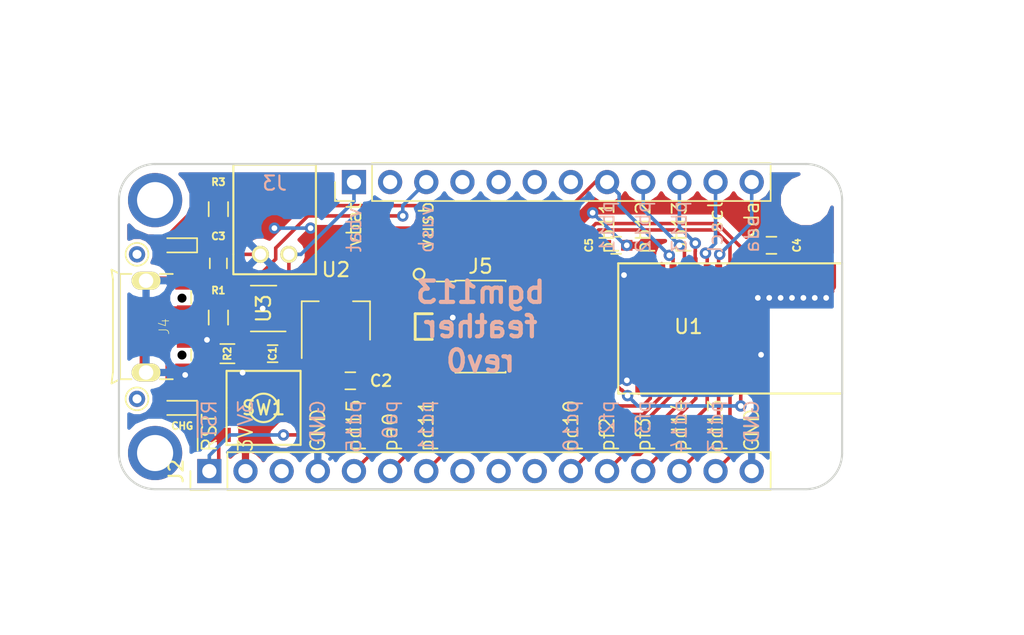
<source format=kicad_pcb>
(kicad_pcb (version 20171130) (host pcbnew 5.0.0-fee4fd1~66~ubuntu18.04.1)

  (general
    (thickness 1.6)
    (drawings 57)
    (tracks 267)
    (zones 0)
    (modules 23)
    (nets 48)
  )

  (page USLetter)
  (layers
    (0 F.Cu signal)
    (31 B.Cu signal)
    (32 B.Adhes user)
    (33 F.Adhes user)
    (34 B.Paste user)
    (35 F.Paste user)
    (36 B.SilkS user)
    (37 F.SilkS user)
    (38 B.Mask user)
    (39 F.Mask user)
    (40 Dwgs.User user)
    (41 Cmts.User user)
    (42 Eco1.User user)
    (43 Eco2.User user)
    (44 Edge.Cuts user)
    (45 Margin user)
    (46 B.CrtYd user)
    (47 F.CrtYd user)
    (48 B.Fab user)
    (49 F.Fab user)
  )

  (setup
    (last_trace_width 0.25)
    (trace_clearance 0.2)
    (zone_clearance 0.508)
    (zone_45_only no)
    (trace_min 0.2)
    (segment_width 0.2)
    (edge_width 0.15)
    (via_size 0.8)
    (via_drill 0.4)
    (via_min_size 0.4)
    (via_min_drill 0.3)
    (uvia_size 0.3)
    (uvia_drill 0.1)
    (uvias_allowed no)
    (uvia_min_size 0.2)
    (uvia_min_drill 0.1)
    (pcb_text_width 0.3)
    (pcb_text_size 1.5 1.5)
    (mod_edge_width 0.15)
    (mod_text_size 1 1)
    (mod_text_width 0.15)
    (pad_size 1.397 1.6)
    (pad_drill 0)
    (pad_to_mask_clearance 0.0508)
    (aux_axis_origin 0 0)
    (visible_elements FFFFFF7F)
    (pcbplotparams
      (layerselection 0x010fc_ffffffff)
      (usegerberextensions false)
      (usegerberattributes false)
      (usegerberadvancedattributes false)
      (creategerberjobfile false)
      (excludeedgelayer true)
      (linewidth 0.100000)
      (plotframeref false)
      (viasonmask false)
      (mode 1)
      (useauxorigin false)
      (hpglpennumber 1)
      (hpglpenspeed 20)
      (hpglpendiameter 15.000000)
      (psnegative false)
      (psa4output false)
      (plotreference true)
      (plotvalue true)
      (plotinvisibletext false)
      (padsonsilk false)
      (subtractmaskfromsilk false)
      (outputformat 1)
      (mirror false)
      (drillshape 1)
      (scaleselection 1)
      (outputdirectory ""))
  )

  (net 0 "")
  (net 1 "Net-(U1-Pad16)")
  (net 2 "Net-(U1-Pad35)")
  (net 3 "Net-(J1-Pad7)")
  (net 4 "Net-(J1-Pad6)")
  (net 5 "Net-(J1-Pad5)")
  (net 6 "Net-(J1-Pad4)")
  (net 7 +3V3)
  (net 8 GND)
  (net 9 /Vbat)
  (net 10 "Net-(J4-Pad3)")
  (net 11 "Net-(J4-Pad2)")
  (net 12 "Net-(J4-Pad4)")
  (net 13 /rst)
  (net 14 /Vusb)
  (net 15 "Net-(R1-Pad1)")
  (net 16 "Net-(D1-Pad1)")
  (net 17 "Net-(R2-Pad2)")
  (net 18 /swdio)
  (net 19 /swdclk)
  (net 20 "Net-(J5-Pad9)")
  (net 21 "Net-(J5-Pad8)")
  (net 22 "Net-(J5-Pad7)")
  (net 23 /sda)
  (net 24 /scl)
  (net 25 /en)
  (net 26 /pd13)
  (net 27 /pd14)
  (net 28 /pf3)
  (net 29 /pf2)
  (net 30 /pc10)
  (net 31 /pc11)
  (net 32 /pd15)
  (net 33 /pa0)
  (net 34 /pb13)
  (net 35 /pb12)
  (net 36 /pb11)
  (net 37 "Net-(J2-Pad3)")
  (net 38 /pf2b)
  (net 39 /pf3b)
  (net 40 /pc11b)
  (net 41 /pc10b)
  (net 42 /pa0b)
  (net 43 /pd15b)
  (net 44 "Net-(J2-Pad10)")
  (net 45 "Net-(J2-Pad9)")
  (net 46 "Net-(J2-Pad8)")
  (net 47 "Net-(D2-Pad1)")

  (net_class Default "This is the default net class."
    (clearance 0.2)
    (trace_width 0.25)
    (via_dia 0.8)
    (via_drill 0.4)
    (uvia_dia 0.3)
    (uvia_drill 0.1)
    (add_net +3V3)
    (add_net /Vbat)
    (add_net /Vusb)
    (add_net /en)
    (add_net /pa0)
    (add_net /pa0b)
    (add_net /pb11)
    (add_net /pb12)
    (add_net /pb13)
    (add_net /pc10)
    (add_net /pc10b)
    (add_net /pc11)
    (add_net /pc11b)
    (add_net /pd13)
    (add_net /pd14)
    (add_net /pd15)
    (add_net /pd15b)
    (add_net /pf2)
    (add_net /pf2b)
    (add_net /pf3)
    (add_net /pf3b)
    (add_net /rst)
    (add_net /scl)
    (add_net /sda)
    (add_net /swdclk)
    (add_net /swdio)
    (add_net GND)
    (add_net "Net-(D1-Pad1)")
    (add_net "Net-(D2-Pad1)")
    (add_net "Net-(J1-Pad4)")
    (add_net "Net-(J1-Pad5)")
    (add_net "Net-(J1-Pad6)")
    (add_net "Net-(J1-Pad7)")
    (add_net "Net-(J2-Pad10)")
    (add_net "Net-(J2-Pad3)")
    (add_net "Net-(J2-Pad8)")
    (add_net "Net-(J2-Pad9)")
    (add_net "Net-(J4-Pad2)")
    (add_net "Net-(J4-Pad3)")
    (add_net "Net-(J4-Pad4)")
    (add_net "Net-(J5-Pad7)")
    (add_net "Net-(J5-Pad8)")
    (add_net "Net-(J5-Pad9)")
    (add_net "Net-(R1-Pad1)")
    (add_net "Net-(R2-Pad2)")
    (add_net "Net-(U1-Pad16)")
    (add_net "Net-(U1-Pad35)")
  )

  (module Daniel:SUNTECH_ST-USB-001G (layer F.Cu) (tedit 5BA060F1) (tstamp 5B9EDF01)
    (at 150.495 109.22 270)
    (path /5B9F41C2)
    (attr smd)
    (fp_text reference J4 (at 0 0 270) (layer F.SilkS)
      (effects (font (size 0.7 0.7) (thickness 0.05)))
    )
    (fp_text value USB_B_Micro (at -2.2225 5.2705 270) (layer F.SilkS) hide
      (effects (font (size 0.7 0.7) (thickness 0.05)))
    )
    (fp_line (start -3.7 3.095) (end -4 3.695) (layer F.SilkS) (width 0.127))
    (fp_line (start 3.7 3.095) (end 4 3.695) (layer F.SilkS) (width 0.127))
    (fp_line (start -3.7 3.095) (end 3.7 3.095) (layer F.SilkS) (width 0.127))
    (fp_line (start -3.3 3.595) (end 3.2 3.595) (layer F.SilkS) (width 0.127))
    (fp_line (start -3.3 3.595) (end -4 3.695) (layer F.SilkS) (width 0.127))
    (fp_line (start 3.2 3.595) (end 4 3.695) (layer F.SilkS) (width 0.127))
    (fp_line (start -2.5 -1.905) (end -1.6 -1.905) (layer F.SilkS) (width 0.127))
    (fp_line (start 1.6 -1.905) (end 2.4 -1.905) (layer F.SilkS) (width 0.127))
    (fp_line (start 3.7 -0.605) (end 3.7 0.295) (layer F.SilkS) (width 0.127))
    (fp_line (start 3.7 2.295) (end 3.7 3.095) (layer F.SilkS) (width 0.127))
    (fp_line (start -3.7 3.095) (end -3.7 2.295) (layer F.SilkS) (width 0.127))
    (fp_line (start -3.7 0.295) (end -3.7 -0.605) (layer F.SilkS) (width 0.127))
    (pad 6 thru_hole oval (at -3.2258 1.27) (size 2.032 1.27) (drill 1.016) (layers *.Cu *.Mask F.SilkS)
      (net 8 GND))
    (pad 6 thru_hole oval (at 3.2258 1.27) (size 2.032 1.27) (drill 1.016) (layers *.Cu *.Mask F.SilkS)
      (net 8 GND))
    (pad 3 smd rect (at 0 -1.655 90) (size 0.381 1.524) (layers F.Cu F.Paste F.Mask)
      (net 10 "Net-(J4-Pad3)"))
    (pad 2 smd rect (at -0.65 -1.655 90) (size 0.381 1.524) (layers F.Cu F.Paste F.Mask)
      (net 11 "Net-(J4-Pad2)"))
    (pad 4 smd rect (at 0.65 -1.655 90) (size 0.381 1.524) (layers F.Cu F.Paste F.Mask)
      (net 12 "Net-(J4-Pad4)"))
    (pad 5 smd rect (at 1.3 -1.655 90) (size 0.381 1.524) (layers F.Cu F.Paste F.Mask)
      (net 8 GND))
    (pad 1 smd rect (at -1.3 -1.655 90) (size 0.381 1.524) (layers F.Cu F.Paste F.Mask)
      (net 14 /Vusb))
    (pad 6 smd rect (at -3.4 -1.478) (size 1.397 1.6) (layers F.Cu F.Paste F.Mask)
      (net 8 GND))
    (pad 6 smd rect (at 3.4 -1.478) (size 1.397 1.6) (layers F.Cu F.Paste F.Mask)
      (net 8 GND))
    (pad 6 smd rect (at -1 1.595 270) (size 1.5 1.5) (layers F.Cu F.Paste F.Mask)
      (net 8 GND))
    (pad 6 smd rect (at 1 1.595 270) (size 1.5 1.5) (layers F.Cu F.Paste F.Mask)
      (net 8 GND))
    (pad Hole np_thru_hole circle (at -2 -1.255 270) (size 0.635 0.635) (drill 0.635) (layers))
    (pad Hole np_thru_hole circle (at 2 -1.255 270) (size 0.635 0.635) (drill 0.635) (layers))
    (model ${KISYS3DMOD}/Connector_USB.3dshapes/USB_Micro-B_Molex_47346-0001.step
      (at (xyz 0 0 0))
      (scale (xyz 1 1 1))
      (rotate (xyz 0 0 0))
    )
  )

  (module LEDs:LED_0603 (layer F.Cu) (tedit 5BA0508B) (tstamp 5BA1AD23)
    (at 151.511 103.505 180)
    (descr "LED 0603 smd package")
    (tags "LED led 0603 SMD smd SMT smt smdled SMDLED smtled SMTLED")
    (path /5BAA48D4)
    (attr smd)
    (fp_text reference D2 (at 0 -1.27) (layer F.SilkS) hide
      (effects (font (size 0.5 0.5) (thickness 0.125)))
    )
    (fp_text value LED (at 0 1.35 180) (layer F.Fab) hide
      (effects (font (size 1 1) (thickness 0.15)))
    )
    (fp_line (start -1.3 -0.5) (end -1.3 0.5) (layer F.SilkS) (width 0.12))
    (fp_line (start -0.2 -0.2) (end -0.2 0.2) (layer F.Fab) (width 0.1))
    (fp_line (start -0.15 0) (end 0.15 -0.2) (layer F.Fab) (width 0.1))
    (fp_line (start 0.15 0.2) (end -0.15 0) (layer F.Fab) (width 0.1))
    (fp_line (start 0.15 -0.2) (end 0.15 0.2) (layer F.Fab) (width 0.1))
    (fp_line (start 0.8 0.4) (end -0.8 0.4) (layer F.Fab) (width 0.1))
    (fp_line (start 0.8 -0.4) (end 0.8 0.4) (layer F.Fab) (width 0.1))
    (fp_line (start -0.8 -0.4) (end 0.8 -0.4) (layer F.Fab) (width 0.1))
    (fp_line (start -0.8 0.4) (end -0.8 -0.4) (layer F.Fab) (width 0.1))
    (fp_line (start -1.3 0.5) (end 0.8 0.5) (layer F.SilkS) (width 0.12))
    (fp_line (start -1.3 -0.5) (end 0.8 -0.5) (layer F.SilkS) (width 0.12))
    (fp_line (start 1.45 -0.65) (end 1.45 0.65) (layer F.CrtYd) (width 0.05))
    (fp_line (start 1.45 0.65) (end -1.45 0.65) (layer F.CrtYd) (width 0.05))
    (fp_line (start -1.45 0.65) (end -1.45 -0.65) (layer F.CrtYd) (width 0.05))
    (fp_line (start -1.45 -0.65) (end 1.45 -0.65) (layer F.CrtYd) (width 0.05))
    (pad 2 smd rect (at 0.8 0) (size 0.8 0.8) (layers F.Cu F.Paste F.Mask)
      (net 7 +3V3))
    (pad 1 smd rect (at -0.8 0) (size 0.8 0.8) (layers F.Cu F.Paste F.Mask)
      (net 47 "Net-(D2-Pad1)"))
    (model ${KISYS3DMOD}/LED_SMD.3dshapes/LED_0603_1608Metric.step
      (at (xyz 0 0 0))
      (scale (xyz 1 1 1))
      (rotate (xyz 0 0 0))
    )
  )

  (module Daniel:E_SWITCH (layer F.Cu) (tedit 5BA03F7F) (tstamp 5BA10E87)
    (at 157.48 114.935 180)
    (descr TL3342F160QG)
    (tags E-SWITCH)
    (path /5BA9377D)
    (autoplace_cost180 10)
    (fp_text reference SW1 (at 0 0 180) (layer F.SilkS)
      (effects (font (size 1 1) (thickness 0.15)))
    )
    (fp_text value E_SWITCH (at 0 0 180) (layer F.SilkS) hide
      (effects (font (size 1 1) (thickness 0.15)))
    )
    (fp_line (start 2.6 0) (end 2.6 -2.6) (layer F.SilkS) (width 0.15))
    (fp_line (start 2.6 -2.6) (end -2.6 -2.6) (layer F.SilkS) (width 0.15))
    (fp_line (start -2.6 -2.6) (end -2.6 2.6) (layer F.SilkS) (width 0.15))
    (fp_line (start -2.6 2.6) (end 2.6 2.6) (layer F.SilkS) (width 0.15))
    (fp_line (start 2.6 2.6) (end 2.6 0) (layer F.SilkS) (width 0.15))
    (fp_circle (center 0 0) (end 1 0) (layer F.SilkS) (width 0.15))
    (pad 1 smd rect (at -3.15 1.9 180) (size 1.7 1) (layers F.Cu F.Paste F.Mask)
      (net 8 GND))
    (pad 2 smd rect (at 3.15 1.9 180) (size 1.7 1) (layers F.Cu F.Paste F.Mask)
      (net 8 GND))
    (pad 3 smd rect (at -3.15 -1.9 180) (size 1.7 1) (layers F.Cu F.Paste F.Mask)
      (net 13 /rst))
    (pad 4 smd rect (at 3.15 -1.9 180) (size 1.7 1) (layers F.Cu F.Paste F.Mask)
      (net 13 /rst))
    (model Discret/SW_PUSH.wrl
      (at (xyz 0 0 0))
      (scale (xyz 1 1 1))
      (rotate (xyz 0 0 0))
    )
    (model ${KISYS3DMOD}/Button_Switch_SMD.3dshapes/SW_SPST_TL3342.step
      (at (xyz 0 0 0))
      (scale (xyz 1 1 1))
      (rotate (xyz 0 0 0))
    )
  )

  (module Pin_Headers:Pin_Header_Straight_2x05_Pitch1.27mm_SMD (layer F.Cu) (tedit 5B9F0F36) (tstamp 5BA11402)
    (at 172.72 109.22)
    (descr "surface-mounted straight pin header, 2x05, 1.27mm pitch, double rows")
    (tags "Surface mounted pin header SMD 2x05 1.27mm double row")
    (path /5BA0AE90)
    (attr smd)
    (fp_text reference J5 (at 0 -4.235) (layer F.SilkS)
      (effects (font (size 1 1) (thickness 0.15)))
    )
    (fp_text value Conn_ARM_JTAG_SWD_10 (at 0 4.235) (layer F.Fab) hide
      (effects (font (size 1 1) (thickness 0.15)))
    )
    (fp_line (start 1.705 3.175) (end -1.705 3.175) (layer F.Fab) (width 0.1))
    (fp_line (start -1.27 -3.175) (end 1.705 -3.175) (layer F.Fab) (width 0.1))
    (fp_line (start -1.705 3.175) (end -1.705 -2.74) (layer F.Fab) (width 0.1))
    (fp_line (start -1.705 -2.74) (end -1.27 -3.175) (layer F.Fab) (width 0.1))
    (fp_line (start 1.705 -3.175) (end 1.705 3.175) (layer F.Fab) (width 0.1))
    (fp_line (start -1.705 -2.74) (end -2.75 -2.74) (layer F.Fab) (width 0.1))
    (fp_line (start -2.75 -2.74) (end -2.75 -2.34) (layer F.Fab) (width 0.1))
    (fp_line (start -2.75 -2.34) (end -1.705 -2.34) (layer F.Fab) (width 0.1))
    (fp_line (start 1.705 -2.74) (end 2.75 -2.74) (layer F.Fab) (width 0.1))
    (fp_line (start 2.75 -2.74) (end 2.75 -2.34) (layer F.Fab) (width 0.1))
    (fp_line (start 2.75 -2.34) (end 1.705 -2.34) (layer F.Fab) (width 0.1))
    (fp_line (start -1.705 -1.47) (end -2.75 -1.47) (layer F.Fab) (width 0.1))
    (fp_line (start -2.75 -1.47) (end -2.75 -1.07) (layer F.Fab) (width 0.1))
    (fp_line (start -2.75 -1.07) (end -1.705 -1.07) (layer F.Fab) (width 0.1))
    (fp_line (start 1.705 -1.47) (end 2.75 -1.47) (layer F.Fab) (width 0.1))
    (fp_line (start 2.75 -1.47) (end 2.75 -1.07) (layer F.Fab) (width 0.1))
    (fp_line (start 2.75 -1.07) (end 1.705 -1.07) (layer F.Fab) (width 0.1))
    (fp_line (start -1.705 -0.2) (end -2.75 -0.2) (layer F.Fab) (width 0.1))
    (fp_line (start -2.75 -0.2) (end -2.75 0.2) (layer F.Fab) (width 0.1))
    (fp_line (start -2.75 0.2) (end -1.705 0.2) (layer F.Fab) (width 0.1))
    (fp_line (start 1.705 -0.2) (end 2.75 -0.2) (layer F.Fab) (width 0.1))
    (fp_line (start 2.75 -0.2) (end 2.75 0.2) (layer F.Fab) (width 0.1))
    (fp_line (start 2.75 0.2) (end 1.705 0.2) (layer F.Fab) (width 0.1))
    (fp_line (start -1.705 1.07) (end -2.75 1.07) (layer F.Fab) (width 0.1))
    (fp_line (start -2.75 1.07) (end -2.75 1.47) (layer F.Fab) (width 0.1))
    (fp_line (start -2.75 1.47) (end -1.705 1.47) (layer F.Fab) (width 0.1))
    (fp_line (start 1.705 1.07) (end 2.75 1.07) (layer F.Fab) (width 0.1))
    (fp_line (start 2.75 1.07) (end 2.75 1.47) (layer F.Fab) (width 0.1))
    (fp_line (start 2.75 1.47) (end 1.705 1.47) (layer F.Fab) (width 0.1))
    (fp_line (start -1.705 2.34) (end -2.75 2.34) (layer F.Fab) (width 0.1))
    (fp_line (start -2.75 2.34) (end -2.75 2.74) (layer F.Fab) (width 0.1))
    (fp_line (start -2.75 2.74) (end -1.705 2.74) (layer F.Fab) (width 0.1))
    (fp_line (start 1.705 2.34) (end 2.75 2.34) (layer F.Fab) (width 0.1))
    (fp_line (start 2.75 2.34) (end 2.75 2.74) (layer F.Fab) (width 0.1))
    (fp_line (start 2.75 2.74) (end 1.705 2.74) (layer F.Fab) (width 0.1))
    (fp_line (start -1.765 -3.235) (end 1.765 -3.235) (layer F.SilkS) (width 0.12))
    (fp_line (start -1.765 3.235) (end 1.765 3.235) (layer F.SilkS) (width 0.12))
    (fp_line (start -3.09 -3.17) (end -1.765 -3.17) (layer F.SilkS) (width 0.12))
    (fp_line (start -1.765 -3.235) (end -1.765 -3.17) (layer F.SilkS) (width 0.12))
    (fp_line (start 1.765 -3.235) (end 1.765 -3.17) (layer F.SilkS) (width 0.12))
    (fp_line (start -1.765 3.17) (end -1.765 3.235) (layer F.SilkS) (width 0.12))
    (fp_line (start 1.765 3.17) (end 1.765 3.235) (layer F.SilkS) (width 0.12))
    (fp_line (start -4.3 -3.7) (end -4.3 3.7) (layer F.CrtYd) (width 0.05))
    (fp_line (start -4.3 3.7) (end 4.3 3.7) (layer F.CrtYd) (width 0.05))
    (fp_line (start 4.3 3.7) (end 4.3 -3.7) (layer F.CrtYd) (width 0.05))
    (fp_line (start 4.3 -3.7) (end -4.3 -3.7) (layer F.CrtYd) (width 0.05))
    (fp_text user %R (at 0 0 90) (layer F.Fab)
      (effects (font (size 1 1) (thickness 0.15)))
    )
    (fp_circle (center -4.318 -3.683) (end -4.699 -3.683) (layer F.SilkS) (width 0.15))
    (pad 1 smd rect (at -1.95 -2.54) (size 2.4 0.74) (layers F.Cu F.Paste F.Mask)
      (net 7 +3V3))
    (pad 2 smd rect (at 1.95 -2.54) (size 2.4 0.74) (layers F.Cu F.Paste F.Mask)
      (net 18 /swdio))
    (pad 3 smd rect (at -1.95 -1.27) (size 2.4 0.74) (layers F.Cu F.Paste F.Mask)
      (net 8 GND))
    (pad 4 smd rect (at 1.95 -1.27) (size 2.4 0.74) (layers F.Cu F.Paste F.Mask)
      (net 19 /swdclk))
    (pad 5 smd rect (at -1.95 0) (size 2.4 0.74) (layers F.Cu F.Paste F.Mask)
      (net 8 GND))
    (pad 6 smd rect (at 1.95 0) (size 2.4 0.74) (layers F.Cu F.Paste F.Mask)
      (net 38 /pf2b))
    (pad 7 smd rect (at -1.95 1.27) (size 2.4 0.74) (layers F.Cu F.Paste F.Mask)
      (net 22 "Net-(J5-Pad7)"))
    (pad 8 smd rect (at 1.95 1.27) (size 2.4 0.74) (layers F.Cu F.Paste F.Mask)
      (net 21 "Net-(J5-Pad8)"))
    (pad 9 smd rect (at -1.95 2.54) (size 2.4 0.74) (layers F.Cu F.Paste F.Mask)
      (net 20 "Net-(J5-Pad9)"))
    (pad 10 smd rect (at 1.95 2.54) (size 2.4 0.74) (layers F.Cu F.Paste F.Mask)
      (net 13 /rst))
    (model ${KISYS3DMOD}/Pin_Headers.3dshapes/Pin_Header_Straight_2x05_Pitch1.27mm_SMD.wrl
      (at (xyz 0 0 0))
      (scale (xyz 1 1 1))
      (rotate (xyz 0 0 0))
    )
    (model ${KISYS3DMOD}/Connector_PinHeader_1.27mm.3dshapes/PinHeader_2x05_P1.27mm_Vertical_SMD.step
      (at (xyz 0 0 0))
      (scale (xyz 1 1 1))
      (rotate (xyz 0 0 0))
    )
  )

  (module Daniel:JST-S2B-PH (layer F.Cu) (tedit 569ACA8A) (tstamp 5BA1D30C)
    (at 158.258 104.14)
    (path /5B9E9949)
    (fp_text reference J3 (at 0 -5) (layer B.SilkS)
      (effects (font (size 1 1) (thickness 0.15)) (justify mirror))
    )
    (fp_text value BAT (at 0 -10 180) (layer F.SilkS) hide
      (effects (font (size 1 1) (thickness 0.15)))
    )
    (fp_line (start 2.9 1.4) (end 2.9 0) (layer F.SilkS) (width 0.15))
    (fp_line (start -2.9 1.4) (end 2.9 1.4) (layer F.SilkS) (width 0.15))
    (fp_line (start -2.9 0) (end -2.9 1.4) (layer F.SilkS) (width 0.15))
    (fp_line (start -2.9 -6.3) (end -2.9 0) (layer F.SilkS) (width 0.15))
    (fp_line (start 2.9 -6.3) (end -2.9 -6.3) (layer F.SilkS) (width 0.15))
    (fp_line (start 2.9 0) (end 2.9 -6.3) (layer F.SilkS) (width 0.15))
    (pad 1 thru_hole circle (at 1 0) (size 1.2 1.2) (drill 0.8) (layers *.Cu *.Mask F.SilkS)
      (net 9 /Vbat))
    (pad 2 thru_hole circle (at -1 0) (size 1.2 1.2) (drill 0.8) (layers *.Cu *.Mask F.SilkS)
      (net 8 GND))
    (model ${KISYS3DMOD}/Connector_JST.3dshapes/JST_PH_S2B-PH-K_1x02_P2.00mm_Horizontal.step
      (offset (xyz 1.015999984741211 0 0))
      (scale (xyz 1 1 1))
      (rotate (xyz 0 0 180))
    )
  )

  (module Daniel:BGM113 (layer F.Cu) (tedit 5B9D99B5) (tstamp 5B9DC6C6)
    (at 198.12 104.775 270)
    (path /5B9E879F)
    (attr smd)
    (fp_text reference U1 (at 4.445 10.795) (layer F.SilkS)
      (effects (font (size 1 1) (thickness 0.15)))
    )
    (fp_text value BGM113 (at 3.9 7.175 180) (layer F.Fab)
      (effects (font (size 1 1) (thickness 0.15)))
    )
    (fp_line (start 9.15 15.725) (end 0 15.725) (layer F.SilkS) (width 0.15))
    (fp_line (start 9.15 0) (end 0 0) (layer F.SilkS) (width 0.15))
    (fp_line (start 9.15 0) (end 9.15 15.725) (layer F.SilkS) (width 0.15))
    (fp_line (start 0 15.725) (end 0 0) (layer F.SilkS) (width 0.15))
    (pad 1 smd oval (at 0.9 0.675 270) (size 2 0.5) (layers F.Cu F.Paste F.Mask)
      (net 8 GND))
    (pad 2 smd oval (at 0.9 1.475 270) (size 2 0.5) (layers F.Cu F.Paste F.Mask)
      (net 8 GND))
    (pad 3 smd oval (at 0.9 2.275 270) (size 2 0.5) (layers F.Cu F.Paste F.Mask)
      (net 8 GND))
    (pad 4 smd oval (at 0.9 3.075 270) (size 2 0.5) (layers F.Cu F.Paste F.Mask)
      (net 8 GND))
    (pad 5 smd oval (at 0.9 3.875 270) (size 2 0.5) (layers F.Cu F.Paste F.Mask)
      (net 8 GND))
    (pad 6 smd oval (at 0.9 4.675 270) (size 2 0.5) (layers F.Cu F.Paste F.Mask)
      (net 8 GND))
    (pad 7 smd oval (at 0.9 5.475 270) (size 2 0.5) (layers F.Cu F.Paste F.Mask)
      (net 8 GND))
    (pad 8 smd oval (at 0.9 6.275 270) (size 2 0.5) (layers F.Cu F.Paste F.Mask)
      (net 7 +3V3))
    (pad 9 smd oval (at 0.9 7.075 270) (size 2 0.5) (layers F.Cu F.Paste F.Mask)
      (net 18 /swdio))
    (pad 10 smd oval (at 0.9 7.875 270) (size 2 0.5) (layers F.Cu F.Paste F.Mask)
      (net 19 /swdclk))
    (pad 11 smd oval (at 0.9 8.675 270) (size 2 0.5) (layers F.Cu F.Paste F.Mask)
      (net 23 /sda))
    (pad 12 smd oval (at 0.9 9.475 270) (size 2 0.5) (layers F.Cu F.Paste F.Mask)
      (net 24 /scl))
    (pad 13 smd oval (at 0.9 10.275 270) (size 2 0.5) (layers F.Cu F.Paste F.Mask)
      (net 34 /pb13))
    (pad 14 smd oval (at 0.9 11.075 270) (size 2 0.5) (layers F.Cu F.Paste F.Mask)
      (net 35 /pb12))
    (pad 15 smd oval (at 0.9 11.875 270) (size 2 0.5) (layers F.Cu F.Paste F.Mask)
      (net 36 /pb11))
    (pad 16 smd oval (at 0.9 12.675 270) (size 2 0.5) (layers F.Cu F.Paste F.Mask)
      (net 1 "Net-(U1-Pad16)"))
    (pad 17 smd oval (at 0.9 13.475 270) (size 2 0.5) (layers F.Cu F.Paste F.Mask)
      (net 7 +3V3))
    (pad 18 smd oval (at 0.9 14.275 270) (size 2 0.5) (layers F.Cu F.Paste F.Mask)
      (net 8 GND))
    (pad 19 smd oval (at 2.575 14.825) (size 2 0.5) (layers F.Cu F.Paste F.Mask)
      (net 38 /pf2b))
    (pad 20 smd oval (at 3.375 14.825) (size 2 0.5) (layers F.Cu F.Paste F.Mask)
      (net 39 /pf3b))
    (pad 21 smd oval (at 4.175 14.825) (size 2 0.5) (layers F.Cu F.Paste F.Mask)
      (net 40 /pc11b))
    (pad 22 smd oval (at 4.975 14.825) (size 2 0.5) (layers F.Cu F.Paste F.Mask)
      (net 41 /pc10b))
    (pad 23 smd oval (at 5.775 14.825) (size 2 0.5) (layers F.Cu F.Paste F.Mask)
      (net 42 /pa0b))
    (pad 24 smd oval (at 6.575 14.825) (size 2 0.5) (layers F.Cu F.Paste F.Mask)
      (net 43 /pd15b))
    (pad 25 smd oval (at 8.25 14.275 270) (size 2 0.5) (layers F.Cu F.Paste F.Mask)
      (net 8 GND))
    (pad 26 smd oval (at 8.25 13.475 270) (size 2 0.5) (layers F.Cu F.Paste F.Mask)
      (net 32 /pd15))
    (pad 27 smd oval (at 8.25 12.675 270) (size 2 0.5) (layers F.Cu F.Paste F.Mask)
      (net 33 /pa0))
    (pad 28 smd oval (at 8.25 11.875 270) (size 2 0.5) (layers F.Cu F.Paste F.Mask)
      (net 31 /pc11))
    (pad 29 smd oval (at 8.25 11.075 270) (size 2 0.5) (layers F.Cu F.Paste F.Mask)
      (net 30 /pc10))
    (pad 30 smd oval (at 8.25 10.275 270) (size 2 0.5) (layers F.Cu F.Paste F.Mask)
      (net 29 /pf2))
    (pad 31 smd oval (at 8.25 9.475 270) (size 2 0.5) (layers F.Cu F.Paste F.Mask)
      (net 28 /pf3))
    (pad 32 smd oval (at 8.25 8.675 270) (size 2 0.5) (layers F.Cu F.Paste F.Mask)
      (net 27 /pd14))
    (pad 33 smd oval (at 8.25 7.875 270) (size 2 0.5) (layers F.Cu F.Paste F.Mask)
      (net 26 /pd13))
    (pad 34 smd oval (at 8.25 7.075 270) (size 2 0.5) (layers F.Cu F.Paste F.Mask)
      (net 13 /rst))
    (pad 35 smd oval (at 8.25 6.275 270) (size 2 0.5) (layers F.Cu F.Paste F.Mask)
      (net 2 "Net-(U1-Pad35)"))
    (pad 36 smd oval (at 8.25 5.475 270) (size 2 0.5) (layers F.Cu F.Paste F.Mask)
      (net 8 GND))
  )

  (module TO_SOT_Packages_SMD:SOT-89-3 (layer F.Cu) (tedit 5BA03EEF) (tstamp 5BA20EA6)
    (at 162.56 109.22 90)
    (descr SOT-89-3)
    (tags SOT-89-3)
    (path /5B9EFEC3)
    (attr smd)
    (fp_text reference U2 (at 4.0005 0) (layer F.SilkS)
      (effects (font (size 1 1) (thickness 0.15)))
    )
    (fp_text value MCP1703A (at 12.7 0 180) (layer F.Fab) hide
      (effects (font (size 1 1) (thickness 0.15)))
    )
    (fp_line (start -2.48 2.55) (end -2.48 -2.55) (layer F.CrtYd) (width 0.05))
    (fp_line (start -2.48 2.55) (end 3.23 2.55) (layer F.CrtYd) (width 0.05))
    (fp_line (start 3.23 -2.55) (end -2.48 -2.55) (layer F.CrtYd) (width 0.05))
    (fp_line (start 3.23 -2.55) (end 3.23 2.55) (layer F.CrtYd) (width 0.05))
    (fp_line (start -0.13 -2.3) (end 1.68 -2.3) (layer F.Fab) (width 0.1))
    (fp_line (start -0.92 2.3) (end -0.92 -1.51) (layer F.Fab) (width 0.1))
    (fp_line (start 1.68 2.3) (end -0.92 2.3) (layer F.Fab) (width 0.1))
    (fp_line (start 1.68 -2.3) (end 1.68 2.3) (layer F.Fab) (width 0.1))
    (fp_line (start -0.92 -1.51) (end -0.13 -2.3) (layer F.Fab) (width 0.1))
    (fp_line (start 1.78 -2.4) (end 1.78 -1.2) (layer F.SilkS) (width 0.12))
    (fp_line (start -2.22 -2.4) (end 1.78 -2.4) (layer F.SilkS) (width 0.12))
    (fp_line (start 1.78 2.4) (end -0.92 2.4) (layer F.SilkS) (width 0.12))
    (fp_line (start 1.78 1.2) (end 1.78 2.4) (layer F.SilkS) (width 0.12))
    (fp_text user %R (at 0.38 0 180) (layer F.Fab)
      (effects (font (size 0.6 0.6) (thickness 0.09)))
    )
    (pad 2 smd trapezoid (at -0.0762 0 180) (size 1.5 1) (rect_delta 0 0.7 ) (layers F.Cu F.Paste F.Mask)
      (net 9 /Vbat))
    (pad 2 smd rect (at 1.3335 0) (size 2.2 1.84) (layers F.Cu F.Paste F.Mask)
      (net 9 /Vbat))
    (pad 3 smd rect (at -1.48 1.5) (size 1 1.5) (layers F.Cu F.Paste F.Mask)
      (net 7 +3V3))
    (pad 2 smd rect (at -1.3335 0) (size 1 1.8) (layers F.Cu F.Paste F.Mask)
      (net 9 /Vbat))
    (pad 1 smd rect (at -1.48 -1.5) (size 1 1.5) (layers F.Cu F.Paste F.Mask)
      (net 8 GND))
    (pad 2 smd trapezoid (at 2.667 0) (size 1.6 0.85) (rect_delta 0 0.6 ) (layers F.Cu F.Paste F.Mask)
      (net 9 /Vbat))
    (model ${KISYS3DMOD}/TO_SOT_Packages_SMD.3dshapes/SOT-89-3.wrl
      (at (xyz 0 0 0))
      (scale (xyz 1 1 1))
      (rotate (xyz 0 0 0))
    )
    (model ${KISYS3DMOD}/Package_TO_SOT_SMD.3dshapes/SOT-89-3.step
      (at (xyz 0 0 0))
      (scale (xyz 1 1 1))
      (rotate (xyz 0 0 0))
    )
  )

  (module Mounting_Holes:MountingHole_2.5mm (layer F.Cu) (tedit 5B9EC115) (tstamp 5B9F16B0)
    (at 195.58 118.11)
    (descr "Mounting Hole 2.5mm, no annular")
    (tags "mounting hole 2.5mm no annular")
    (path /5BA09AB8)
    (attr virtual)
    (fp_text reference MH2 (at 0 -3.5) (layer F.SilkS) hide
      (effects (font (size 1 1) (thickness 0.15)))
    )
    (fp_text value MountingHole (at 7.62 3.5) (layer F.Fab)
      (effects (font (size 1 1) (thickness 0.15)))
    )
    (fp_text user %R (at 0.3 0) (layer F.Fab)
      (effects (font (size 1 1) (thickness 0.15)))
    )
    (fp_circle (center 0 0) (end 2.5 0) (layer Cmts.User) (width 0.15))
    (fp_circle (center 0 0) (end 2.75 0) (layer F.CrtYd) (width 0.05))
    (pad 1 np_thru_hole circle (at 0 0) (size 2.5 2.5) (drill 2.5) (layers *.Cu *.Mask))
  )

  (module Mounting_Holes:MountingHole_2.5mm (layer F.Cu) (tedit 5B9EC111) (tstamp 5B9F16A8)
    (at 195.58 100.33)
    (descr "Mounting Hole 2.5mm, no annular")
    (tags "mounting hole 2.5mm no annular")
    (path /5BA096E8)
    (attr virtual)
    (fp_text reference MH1 (at 0 -3.5) (layer F.SilkS) hide
      (effects (font (size 1 1) (thickness 0.15)))
    )
    (fp_text value MountingHole (at 8.255 -3.81) (layer F.Fab)
      (effects (font (size 1 1) (thickness 0.15)))
    )
    (fp_circle (center 0 0) (end 2.75 0) (layer F.CrtYd) (width 0.05))
    (fp_circle (center 0 0) (end 2.5 0) (layer Cmts.User) (width 0.15))
    (fp_text user %R (at 0.3 0) (layer F.Fab)
      (effects (font (size 1 1) (thickness 0.15)))
    )
    (pad 1 np_thru_hole circle (at 0 0) (size 2.5 2.5) (drill 2.5) (layers *.Cu *.Mask))
  )

  (module LEDs:LED_0603 (layer F.Cu) (tedit 5BA05025) (tstamp 5BA1EAE7)
    (at 151.511 114.935 180)
    (descr "LED 0603 smd package")
    (tags "LED led 0603 SMD smd SMT smt smdled SMDLED smtled SMTLED")
    (path /5BA064A3)
    (attr smd)
    (fp_text reference D1 (at -2.032 0) (layer F.SilkS) hide
      (effects (font (size 0.5 0.5) (thickness 0.125)))
    )
    (fp_text value LED (at 0 1.35 180) (layer F.Fab) hide
      (effects (font (size 1 1) (thickness 0.15)))
    )
    (fp_line (start -1.45 -0.65) (end 1.45 -0.65) (layer F.CrtYd) (width 0.05))
    (fp_line (start -1.45 0.65) (end -1.45 -0.65) (layer F.CrtYd) (width 0.05))
    (fp_line (start 1.45 0.65) (end -1.45 0.65) (layer F.CrtYd) (width 0.05))
    (fp_line (start 1.45 -0.65) (end 1.45 0.65) (layer F.CrtYd) (width 0.05))
    (fp_line (start -1.3 -0.5) (end 0.8 -0.5) (layer F.SilkS) (width 0.12))
    (fp_line (start -1.3 0.5) (end 0.8 0.5) (layer F.SilkS) (width 0.12))
    (fp_line (start -0.8 0.4) (end -0.8 -0.4) (layer F.Fab) (width 0.1))
    (fp_line (start -0.8 -0.4) (end 0.8 -0.4) (layer F.Fab) (width 0.1))
    (fp_line (start 0.8 -0.4) (end 0.8 0.4) (layer F.Fab) (width 0.1))
    (fp_line (start 0.8 0.4) (end -0.8 0.4) (layer F.Fab) (width 0.1))
    (fp_line (start 0.15 -0.2) (end 0.15 0.2) (layer F.Fab) (width 0.1))
    (fp_line (start 0.15 0.2) (end -0.15 0) (layer F.Fab) (width 0.1))
    (fp_line (start -0.15 0) (end 0.15 -0.2) (layer F.Fab) (width 0.1))
    (fp_line (start -0.2 -0.2) (end -0.2 0.2) (layer F.Fab) (width 0.1))
    (fp_line (start -1.3 -0.5) (end -1.3 0.5) (layer F.SilkS) (width 0.12))
    (pad 1 smd rect (at -0.8 0) (size 0.8 0.8) (layers F.Cu F.Paste F.Mask)
      (net 16 "Net-(D1-Pad1)"))
    (pad 2 smd rect (at 0.8 0) (size 0.8 0.8) (layers F.Cu F.Paste F.Mask)
      (net 14 /Vusb))
    (model ${KISYS3DMOD}/LED_SMD.3dshapes/LED_0603_1608Metric.step
      (at (xyz 0 0 0))
      (scale (xyz 1 1 1))
      (rotate (xyz 0 0 0))
    )
  )

  (module Resistors_SMD:R_0603 (layer F.Cu) (tedit 5BA0546B) (tstamp 5B9F37EF)
    (at 154.94 111.125)
    (descr "Resistor SMD 0603, reflow soldering, Vishay (see dcrcw.pdf)")
    (tags "resistor 0603")
    (path /5BA0753B)
    (attr smd)
    (fp_text reference R2 (at 0 0 90) (layer F.SilkS)
      (effects (font (size 0.5 0.5) (thickness 0.125)))
    )
    (fp_text value 470 (at 3.175 0) (layer F.Fab) hide
      (effects (font (size 1 1) (thickness 0.15)))
    )
    (fp_text user %R (at 0 0) (layer F.Fab)
      (effects (font (size 0.4 0.4) (thickness 0.075)))
    )
    (fp_line (start -0.8 0.4) (end -0.8 -0.4) (layer F.Fab) (width 0.1))
    (fp_line (start 0.8 0.4) (end -0.8 0.4) (layer F.Fab) (width 0.1))
    (fp_line (start 0.8 -0.4) (end 0.8 0.4) (layer F.Fab) (width 0.1))
    (fp_line (start -0.8 -0.4) (end 0.8 -0.4) (layer F.Fab) (width 0.1))
    (fp_line (start 0.5 0.68) (end -0.5 0.68) (layer F.SilkS) (width 0.12))
    (fp_line (start -0.5 -0.68) (end 0.5 -0.68) (layer F.SilkS) (width 0.12))
    (fp_line (start -1.25 -0.7) (end 1.25 -0.7) (layer F.CrtYd) (width 0.05))
    (fp_line (start -1.25 -0.7) (end -1.25 0.7) (layer F.CrtYd) (width 0.05))
    (fp_line (start 1.25 0.7) (end 1.25 -0.7) (layer F.CrtYd) (width 0.05))
    (fp_line (start 1.25 0.7) (end -1.25 0.7) (layer F.CrtYd) (width 0.05))
    (pad 1 smd rect (at -0.75 0) (size 0.5 0.9) (layers F.Cu F.Paste F.Mask)
      (net 16 "Net-(D1-Pad1)"))
    (pad 2 smd rect (at 0.75 0) (size 0.5 0.9) (layers F.Cu F.Paste F.Mask)
      (net 17 "Net-(R2-Pad2)"))
    (model ${KISYS3DMOD}/Resistors_SMD.3dshapes/R_0603.wrl
      (at (xyz 0 0 0))
      (scale (xyz 1 1 1))
      (rotate (xyz 0 0 0))
    )
  )

  (module Resistors_SMD:R_0603 (layer F.Cu) (tedit 5BA050E4) (tstamp 5B9F0534)
    (at 154.305 108.585 270)
    (descr "Resistor SMD 0603, reflow soldering, Vishay (see dcrcw.pdf)")
    (tags "resistor 0603")
    (path /5B9F2CDA)
    (attr smd)
    (fp_text reference R1 (at -1.905 0 180) (layer F.SilkS)
      (effects (font (size 0.5 0.5) (thickness 0.125)))
    )
    (fp_text value 10k (at 2.54 0 270) (layer F.Fab) hide
      (effects (font (size 1 1) (thickness 0.15)))
    )
    (fp_line (start 1.25 0.7) (end -1.25 0.7) (layer F.CrtYd) (width 0.05))
    (fp_line (start 1.25 0.7) (end 1.25 -0.7) (layer F.CrtYd) (width 0.05))
    (fp_line (start -1.25 -0.7) (end -1.25 0.7) (layer F.CrtYd) (width 0.05))
    (fp_line (start -1.25 -0.7) (end 1.25 -0.7) (layer F.CrtYd) (width 0.05))
    (fp_line (start -0.5 -0.68) (end 0.5 -0.68) (layer F.SilkS) (width 0.12))
    (fp_line (start 0.5 0.68) (end -0.5 0.68) (layer F.SilkS) (width 0.12))
    (fp_line (start -0.8 -0.4) (end 0.8 -0.4) (layer F.Fab) (width 0.1))
    (fp_line (start 0.8 -0.4) (end 0.8 0.4) (layer F.Fab) (width 0.1))
    (fp_line (start 0.8 0.4) (end -0.8 0.4) (layer F.Fab) (width 0.1))
    (fp_line (start -0.8 0.4) (end -0.8 -0.4) (layer F.Fab) (width 0.1))
    (fp_text user %R (at 0 0 270) (layer F.Fab)
      (effects (font (size 0.4 0.4) (thickness 0.075)))
    )
    (pad 2 smd rect (at 0.75 0 270) (size 0.5 0.9) (layers F.Cu F.Paste F.Mask)
      (net 8 GND))
    (pad 1 smd rect (at -0.75 0 270) (size 0.5 0.9) (layers F.Cu F.Paste F.Mask)
      (net 15 "Net-(R1-Pad1)"))
    (model ${KISYS3DMOD}/Resistors_SMD.3dshapes/R_0603.wrl
      (at (xyz 0 0 0))
      (scale (xyz 1 1 1))
      (rotate (xyz 0 0 0))
    )
  )

  (module Capacitors_SMD:C_0603 (layer F.Cu) (tedit 5BA050DB) (tstamp 5BA23016)
    (at 154.305 104.775 90)
    (descr "Capacitor SMD 0603, reflow soldering, AVX (see smccp.pdf)")
    (tags "capacitor 0603")
    (path /5B9FE2E4)
    (attr smd)
    (fp_text reference C3 (at 1.905 0) (layer F.SilkS)
      (effects (font (size 0.5 0.5) (thickness 0.125)))
    )
    (fp_text value 4.7uF (at 0 1.5 90) (layer F.Fab) hide
      (effects (font (size 1 1) (thickness 0.15)))
    )
    (fp_text user %R (at 0 0 90) (layer F.Fab)
      (effects (font (size 0.3 0.3) (thickness 0.075)))
    )
    (fp_line (start -0.8 0.4) (end -0.8 -0.4) (layer F.Fab) (width 0.1))
    (fp_line (start 0.8 0.4) (end -0.8 0.4) (layer F.Fab) (width 0.1))
    (fp_line (start 0.8 -0.4) (end 0.8 0.4) (layer F.Fab) (width 0.1))
    (fp_line (start -0.8 -0.4) (end 0.8 -0.4) (layer F.Fab) (width 0.1))
    (fp_line (start -0.35 -0.6) (end 0.35 -0.6) (layer F.SilkS) (width 0.12))
    (fp_line (start 0.35 0.6) (end -0.35 0.6) (layer F.SilkS) (width 0.12))
    (fp_line (start -1.4 -0.65) (end 1.4 -0.65) (layer F.CrtYd) (width 0.05))
    (fp_line (start -1.4 -0.65) (end -1.4 0.65) (layer F.CrtYd) (width 0.05))
    (fp_line (start 1.4 0.65) (end 1.4 -0.65) (layer F.CrtYd) (width 0.05))
    (fp_line (start 1.4 0.65) (end -1.4 0.65) (layer F.CrtYd) (width 0.05))
    (pad 1 smd rect (at -0.75 0 90) (size 0.8 0.75) (layers F.Cu F.Paste F.Mask)
      (net 14 /Vusb))
    (pad 2 smd rect (at 0.75 0 90) (size 0.8 0.75) (layers F.Cu F.Paste F.Mask)
      (net 8 GND))
    (model Capacitors_SMD.3dshapes/C_0603.wrl
      (at (xyz 0 0 0))
      (scale (xyz 1 1 1))
      (rotate (xyz 0 0 0))
    )
  )

  (module Pin_Headers:Pin_Header_Straight_1x12_Pitch2.54mm (layer F.Cu) (tedit 5B9F0D8A) (tstamp 5B9DEE5B)
    (at 163.83 99.06 90)
    (descr "Through hole straight pin header, 1x12, 2.54mm pitch, single row")
    (tags "Through hole pin header THT 1x12 2.54mm single row")
    (path /5B9E8AB8)
    (fp_text reference J1 (at 0 -2.33 90) (layer F.SilkS) hide
      (effects (font (size 1 1) (thickness 0.15)))
    )
    (fp_text value TopRow (at 2.54 26.67 180) (layer F.Fab)
      (effects (font (size 1 1) (thickness 0.15)))
    )
    (fp_text user %R (at 0 13.97 180) (layer F.Fab)
      (effects (font (size 1 1) (thickness 0.15)))
    )
    (fp_line (start 1.8 -1.8) (end -1.8 -1.8) (layer F.CrtYd) (width 0.05))
    (fp_line (start 1.8 29.75) (end 1.8 -1.8) (layer F.CrtYd) (width 0.05))
    (fp_line (start -1.8 29.75) (end 1.8 29.75) (layer F.CrtYd) (width 0.05))
    (fp_line (start -1.8 -1.8) (end -1.8 29.75) (layer F.CrtYd) (width 0.05))
    (fp_line (start -1.33 -1.33) (end 0 -1.33) (layer F.SilkS) (width 0.12))
    (fp_line (start -1.33 0) (end -1.33 -1.33) (layer F.SilkS) (width 0.12))
    (fp_line (start -1.33 1.27) (end 1.33 1.27) (layer F.SilkS) (width 0.12))
    (fp_line (start 1.33 1.27) (end 1.33 29.27) (layer F.SilkS) (width 0.12))
    (fp_line (start -1.33 1.27) (end -1.33 29.27) (layer F.SilkS) (width 0.12))
    (fp_line (start -1.33 29.27) (end 1.33 29.27) (layer F.SilkS) (width 0.12))
    (fp_line (start -1.27 -0.635) (end -0.635 -1.27) (layer F.Fab) (width 0.1))
    (fp_line (start -1.27 29.21) (end -1.27 -0.635) (layer F.Fab) (width 0.1))
    (fp_line (start 1.27 29.21) (end -1.27 29.21) (layer F.Fab) (width 0.1))
    (fp_line (start 1.27 -1.27) (end 1.27 29.21) (layer F.Fab) (width 0.1))
    (fp_line (start -0.635 -1.27) (end 1.27 -1.27) (layer F.Fab) (width 0.1))
    (pad 12 thru_hole oval (at 0 27.94 90) (size 1.7 1.7) (drill 1) (layers *.Cu *.Mask)
      (net 23 /sda))
    (pad 11 thru_hole oval (at 0 25.4 90) (size 1.7 1.7) (drill 1) (layers *.Cu *.Mask)
      (net 24 /scl))
    (pad 10 thru_hole oval (at 0 22.86 90) (size 1.7 1.7) (drill 1) (layers *.Cu *.Mask)
      (net 34 /pb13))
    (pad 9 thru_hole oval (at 0 20.32 90) (size 1.7 1.7) (drill 1) (layers *.Cu *.Mask)
      (net 35 /pb12))
    (pad 8 thru_hole oval (at 0 17.78 90) (size 1.7 1.7) (drill 1) (layers *.Cu *.Mask)
      (net 36 /pb11))
    (pad 7 thru_hole oval (at 0 15.24 90) (size 1.7 1.7) (drill 1) (layers *.Cu *.Mask)
      (net 3 "Net-(J1-Pad7)"))
    (pad 6 thru_hole oval (at 0 12.7 90) (size 1.7 1.7) (drill 1) (layers *.Cu *.Mask)
      (net 4 "Net-(J1-Pad6)"))
    (pad 5 thru_hole oval (at 0 10.16 90) (size 1.7 1.7) (drill 1) (layers *.Cu *.Mask)
      (net 5 "Net-(J1-Pad5)"))
    (pad 4 thru_hole oval (at 0 7.62 90) (size 1.7 1.7) (drill 1) (layers *.Cu *.Mask)
      (net 6 "Net-(J1-Pad4)"))
    (pad 3 thru_hole oval (at 0 5.08 90) (size 1.7 1.7) (drill 1) (layers *.Cu *.Mask)
      (net 14 /Vusb))
    (pad 2 thru_hole oval (at 0 2.54 90) (size 1.7 1.7) (drill 1) (layers *.Cu *.Mask)
      (net 25 /en))
    (pad 1 thru_hole rect (at 0 0 90) (size 1.7 1.7) (drill 1) (layers *.Cu *.Mask)
      (net 9 /Vbat))
    (model ${KISYS3DMOD}/Pin_Headers.3dshapes/Pin_Header_Straight_1x12_Pitch2.54mm.wrl
      (at (xyz 0 0 0))
      (scale (xyz 1 1 1))
      (rotate (xyz 0 0 0))
    )
  )

  (module Pin_Headers:Pin_Header_Straight_1x16_Pitch2.54mm (layer F.Cu) (tedit 59650532) (tstamp 5B9DEE7F)
    (at 153.67 119.38 90)
    (descr "Through hole straight pin header, 1x16, 2.54mm pitch, single row")
    (tags "Through hole pin header THT 1x16 2.54mm single row")
    (path /5B9E8D97)
    (fp_text reference J2 (at 0 -2.33 90) (layer F.SilkS)
      (effects (font (size 1 1) (thickness 0.15)))
    )
    (fp_text value BottomRow (at -2.54 35.56 180) (layer F.Fab)
      (effects (font (size 1 1) (thickness 0.15)))
    )
    (fp_text user %R (at 0 19.05 180) (layer F.Fab)
      (effects (font (size 1 1) (thickness 0.15)))
    )
    (fp_line (start 1.8 -1.8) (end -1.8 -1.8) (layer F.CrtYd) (width 0.05))
    (fp_line (start 1.8 39.9) (end 1.8 -1.8) (layer F.CrtYd) (width 0.05))
    (fp_line (start -1.8 39.9) (end 1.8 39.9) (layer F.CrtYd) (width 0.05))
    (fp_line (start -1.8 -1.8) (end -1.8 39.9) (layer F.CrtYd) (width 0.05))
    (fp_line (start -1.33 -1.33) (end 0 -1.33) (layer F.SilkS) (width 0.12))
    (fp_line (start -1.33 0) (end -1.33 -1.33) (layer F.SilkS) (width 0.12))
    (fp_line (start -1.33 1.27) (end 1.33 1.27) (layer F.SilkS) (width 0.12))
    (fp_line (start 1.33 1.27) (end 1.33 39.43) (layer F.SilkS) (width 0.12))
    (fp_line (start -1.33 1.27) (end -1.33 39.43) (layer F.SilkS) (width 0.12))
    (fp_line (start -1.33 39.43) (end 1.33 39.43) (layer F.SilkS) (width 0.12))
    (fp_line (start -1.27 -0.635) (end -0.635 -1.27) (layer F.Fab) (width 0.1))
    (fp_line (start -1.27 39.37) (end -1.27 -0.635) (layer F.Fab) (width 0.1))
    (fp_line (start 1.27 39.37) (end -1.27 39.37) (layer F.Fab) (width 0.1))
    (fp_line (start 1.27 -1.27) (end 1.27 39.37) (layer F.Fab) (width 0.1))
    (fp_line (start -0.635 -1.27) (end 1.27 -1.27) (layer F.Fab) (width 0.1))
    (pad 16 thru_hole oval (at 0 38.1 90) (size 1.7 1.7) (drill 1) (layers *.Cu *.Mask)
      (net 8 GND))
    (pad 15 thru_hole oval (at 0 35.56 90) (size 1.7 1.7) (drill 1) (layers *.Cu *.Mask)
      (net 26 /pd13))
    (pad 14 thru_hole oval (at 0 33.02 90) (size 1.7 1.7) (drill 1) (layers *.Cu *.Mask)
      (net 27 /pd14))
    (pad 13 thru_hole oval (at 0 30.48 90) (size 1.7 1.7) (drill 1) (layers *.Cu *.Mask)
      (net 28 /pf3))
    (pad 12 thru_hole oval (at 0 27.94 90) (size 1.7 1.7) (drill 1) (layers *.Cu *.Mask)
      (net 29 /pf2))
    (pad 11 thru_hole oval (at 0 25.4 90) (size 1.7 1.7) (drill 1) (layers *.Cu *.Mask)
      (net 30 /pc10))
    (pad 10 thru_hole oval (at 0 22.86 90) (size 1.7 1.7) (drill 1) (layers *.Cu *.Mask)
      (net 44 "Net-(J2-Pad10)"))
    (pad 9 thru_hole oval (at 0 20.32 90) (size 1.7 1.7) (drill 1) (layers *.Cu *.Mask)
      (net 45 "Net-(J2-Pad9)"))
    (pad 8 thru_hole oval (at 0 17.78 90) (size 1.7 1.7) (drill 1) (layers *.Cu *.Mask)
      (net 46 "Net-(J2-Pad8)"))
    (pad 7 thru_hole oval (at 0 15.24 90) (size 1.7 1.7) (drill 1) (layers *.Cu *.Mask)
      (net 31 /pc11))
    (pad 6 thru_hole oval (at 0 12.7 90) (size 1.7 1.7) (drill 1) (layers *.Cu *.Mask)
      (net 33 /pa0))
    (pad 5 thru_hole oval (at 0 10.16 90) (size 1.7 1.7) (drill 1) (layers *.Cu *.Mask)
      (net 32 /pd15))
    (pad 4 thru_hole oval (at 0 7.62 90) (size 1.7 1.7) (drill 1) (layers *.Cu *.Mask)
      (net 8 GND))
    (pad 3 thru_hole oval (at 0 5.08 90) (size 1.7 1.7) (drill 1) (layers *.Cu *.Mask)
      (net 37 "Net-(J2-Pad3)"))
    (pad 2 thru_hole oval (at 0 2.54 90) (size 1.7 1.7) (drill 1) (layers *.Cu *.Mask)
      (net 7 +3V3))
    (pad 1 thru_hole rect (at 0 0 90) (size 1.7 1.7) (drill 1) (layers *.Cu *.Mask)
      (net 13 /rst))
    (model ${KISYS3DMOD}/Pin_Headers.3dshapes/Pin_Header_Straight_1x16_Pitch2.54mm.wrl
      (at (xyz 0 0 0))
      (scale (xyz 1 1 1))
      (rotate (xyz 0 0 0))
    )
  )

  (module Capacitors_SMD:C_0603 (layer F.Cu) (tedit 5BA054AD) (tstamp 5BA14702)
    (at 158.115 111.125 180)
    (descr "Capacitor SMD 0603, reflow soldering, AVX (see smccp.pdf)")
    (tags "capacitor 0603")
    (path /5B9F0533)
    (attr smd)
    (fp_text reference C1 (at 0 0 270) (layer F.SilkS)
      (effects (font (size 0.5 0.5) (thickness 0.125)))
    )
    (fp_text value C (at 0 1.5 180) (layer F.Fab) hide
      (effects (font (size 1 1) (thickness 0.15)))
    )
    (fp_line (start 1.4 0.65) (end -1.4 0.65) (layer F.CrtYd) (width 0.05))
    (fp_line (start 1.4 0.65) (end 1.4 -0.65) (layer F.CrtYd) (width 0.05))
    (fp_line (start -1.4 -0.65) (end -1.4 0.65) (layer F.CrtYd) (width 0.05))
    (fp_line (start -1.4 -0.65) (end 1.4 -0.65) (layer F.CrtYd) (width 0.05))
    (fp_line (start 0.35 0.6) (end -0.35 0.6) (layer F.SilkS) (width 0.12))
    (fp_line (start -0.35 -0.6) (end 0.35 -0.6) (layer F.SilkS) (width 0.12))
    (fp_line (start -0.8 -0.4) (end 0.8 -0.4) (layer F.Fab) (width 0.1))
    (fp_line (start 0.8 -0.4) (end 0.8 0.4) (layer F.Fab) (width 0.1))
    (fp_line (start 0.8 0.4) (end -0.8 0.4) (layer F.Fab) (width 0.1))
    (fp_line (start -0.8 0.4) (end -0.8 -0.4) (layer F.Fab) (width 0.1))
    (fp_text user %R (at 0 0 180) (layer F.Fab)
      (effects (font (size 0.3 0.3) (thickness 0.075)))
    )
    (pad 2 smd rect (at 0.75 0 180) (size 0.8 0.75) (layers F.Cu F.Paste F.Mask)
      (net 8 GND))
    (pad 1 smd rect (at -0.75 0 180) (size 0.8 0.75) (layers F.Cu F.Paste F.Mask)
      (net 9 /Vbat))
    (model Capacitors_SMD.3dshapes/C_0603.wrl
      (at (xyz 0 0 0))
      (scale (xyz 1 1 1))
      (rotate (xyz 0 0 0))
    )
  )

  (module Capacitors_SMD:C_0603 (layer F.Cu) (tedit 5BA052ED) (tstamp 5B9ECFFE)
    (at 163.576 113.03 180)
    (descr "Capacitor SMD 0603, reflow soldering, AVX (see smccp.pdf)")
    (tags "capacitor 0603")
    (path /5B9F04FF)
    (attr smd)
    (fp_text reference C2 (at -2.159 0 180) (layer F.SilkS)
      (effects (font (size 0.8 0.8) (thickness 0.15)))
    )
    (fp_text value C (at 0 1.5 180) (layer F.Fab) hide
      (effects (font (size 1 1) (thickness 0.15)))
    )
    (fp_text user %R (at 0 0 180) (layer F.Fab)
      (effects (font (size 0.3 0.3) (thickness 0.075)))
    )
    (fp_line (start -0.8 0.4) (end -0.8 -0.4) (layer F.Fab) (width 0.1))
    (fp_line (start 0.8 0.4) (end -0.8 0.4) (layer F.Fab) (width 0.1))
    (fp_line (start 0.8 -0.4) (end 0.8 0.4) (layer F.Fab) (width 0.1))
    (fp_line (start -0.8 -0.4) (end 0.8 -0.4) (layer F.Fab) (width 0.1))
    (fp_line (start -0.35 -0.6) (end 0.35 -0.6) (layer F.SilkS) (width 0.12))
    (fp_line (start 0.35 0.6) (end -0.35 0.6) (layer F.SilkS) (width 0.12))
    (fp_line (start -1.4 -0.65) (end 1.4 -0.65) (layer F.CrtYd) (width 0.05))
    (fp_line (start -1.4 -0.65) (end -1.4 0.65) (layer F.CrtYd) (width 0.05))
    (fp_line (start 1.4 0.65) (end 1.4 -0.65) (layer F.CrtYd) (width 0.05))
    (fp_line (start 1.4 0.65) (end -1.4 0.65) (layer F.CrtYd) (width 0.05))
    (pad 1 smd rect (at -0.75 0 180) (size 0.8 0.75) (layers F.Cu F.Paste F.Mask)
      (net 7 +3V3))
    (pad 2 smd rect (at 0.75 0 180) (size 0.8 0.75) (layers F.Cu F.Paste F.Mask)
      (net 8 GND))
    (model Capacitors_SMD.3dshapes/C_0603.wrl
      (at (xyz 0 0 0))
      (scale (xyz 1 1 1))
      (rotate (xyz 0 0 0))
    )
  )

  (module TO_SOT_Packages_SMD:SOT-23-5 (layer F.Cu) (tedit 5B9EC687) (tstamp 5BA08360)
    (at 157.48 107.95 180)
    (descr "5-pin SOT23 package")
    (tags SOT-23-5)
    (path /5B9F1884)
    (attr smd)
    (fp_text reference U3 (at 0 0 270) (layer F.SilkS)
      (effects (font (size 1 1) (thickness 0.15)))
    )
    (fp_text value MCP73831-2-OT (at 0 2.9 180) (layer F.Fab) hide
      (effects (font (size 1 1) (thickness 0.15)))
    )
    (fp_line (start 0.9 -1.55) (end 0.9 1.55) (layer F.Fab) (width 0.1))
    (fp_line (start 0.9 1.55) (end -0.9 1.55) (layer F.Fab) (width 0.1))
    (fp_line (start -0.9 -0.9) (end -0.9 1.55) (layer F.Fab) (width 0.1))
    (fp_line (start 0.9 -1.55) (end -0.25 -1.55) (layer F.Fab) (width 0.1))
    (fp_line (start -0.9 -0.9) (end -0.25 -1.55) (layer F.Fab) (width 0.1))
    (fp_line (start -1.9 1.8) (end -1.9 -1.8) (layer F.CrtYd) (width 0.05))
    (fp_line (start 1.9 1.8) (end -1.9 1.8) (layer F.CrtYd) (width 0.05))
    (fp_line (start 1.9 -1.8) (end 1.9 1.8) (layer F.CrtYd) (width 0.05))
    (fp_line (start -1.9 -1.8) (end 1.9 -1.8) (layer F.CrtYd) (width 0.05))
    (fp_line (start 0.9 -1.61) (end -1.55 -1.61) (layer F.SilkS) (width 0.12))
    (fp_line (start -0.9 1.61) (end 0.9 1.61) (layer F.SilkS) (width 0.12))
    (fp_text user %R (at 0 0 270) (layer F.Fab)
      (effects (font (size 0.5 0.5) (thickness 0.075)))
    )
    (pad 5 smd rect (at 1.1 -0.95 180) (size 1.06 0.65) (layers F.Cu F.Paste F.Mask)
      (net 15 "Net-(R1-Pad1)"))
    (pad 4 smd rect (at 1.1 0.95 180) (size 1.06 0.65) (layers F.Cu F.Paste F.Mask)
      (net 14 /Vusb))
    (pad 3 smd rect (at -1.1 0.95 180) (size 1.06 0.65) (layers F.Cu F.Paste F.Mask)
      (net 9 /Vbat))
    (pad 2 smd rect (at -1.1 0 180) (size 1.06 0.65) (layers F.Cu F.Paste F.Mask)
      (net 8 GND))
    (pad 1 smd rect (at -1.1 -0.95 180) (size 1.06 0.65) (layers F.Cu F.Paste F.Mask)
      (net 17 "Net-(R2-Pad2)"))
    (model ${KISYS3DMOD}/Package_TO_SOT_SMD.3dshapes/SOT-23-5.step
      (at (xyz 0 0 0))
      (scale (xyz 1 1 1))
      (rotate (xyz 0 0 0))
    )
  )

  (module Connect:PINTST (layer F.Cu) (tedit 5BA03D4B) (tstamp 5BA135AA)
    (at 148.59 114.3)
    (descr "module 1 pin (ou trou mecanique de percage)")
    (tags DEV)
    (path /5BA93E5D)
    (fp_text reference MH3 (at 0 -1.6) (layer F.SilkS) hide
      (effects (font (size 1 1) (thickness 0.15)))
    )
    (fp_text value Strap (at 0 1.6) (layer F.Fab) hide
      (effects (font (size 1 1) (thickness 0.15)))
    )
    (fp_circle (center 0 0) (end -0.254 -0.762) (layer F.SilkS) (width 0.12))
    (fp_circle (center 0 0) (end 0.4 0.6) (layer F.Fab) (width 0.1))
    (fp_circle (center 0 0) (end 1.1 0) (layer F.CrtYd) (width 0.05))
    (pad 1 thru_hole circle (at 0 0) (size 1.143 1.143) (drill 0.635) (layers *.Cu *.Mask))
    (model ${KISYS3DMOD}/Connectors.3dshapes/PINTST.wrl
      (at (xyz 0 0 0))
      (scale (xyz 1 1 1))
      (rotate (xyz 0 0 0))
    )
  )

  (module Connect:PINTST (layer F.Cu) (tedit 5BA03D39) (tstamp 5BA11FD0)
    (at 148.59 104.14)
    (descr "module 1 pin (ou trou mecanique de percage)")
    (tags DEV)
    (path /5BA96DC3)
    (fp_text reference MH4 (at 0 -1.6) (layer F.SilkS) hide
      (effects (font (size 1 1) (thickness 0.15)))
    )
    (fp_text value Strap (at 0 1.6) (layer F.Fab) hide
      (effects (font (size 1 1) (thickness 0.15)))
    )
    (fp_circle (center 0 0) (end 1.1 0) (layer F.CrtYd) (width 0.05))
    (fp_circle (center 0 0) (end 0.4 0.6) (layer F.Fab) (width 0.1))
    (fp_circle (center 0 0) (end -0.254 -0.762) (layer F.SilkS) (width 0.12))
    (pad 1 thru_hole circle (at 0 0) (size 1.143 1.143) (drill 0.635) (layers *.Cu *.Mask))
    (model ${KISYS3DMOD}/Connectors.3dshapes/PINTST.wrl
      (at (xyz 0 0 0))
      (scale (xyz 1 1 1))
      (rotate (xyz 0 0 0))
    )
  )

  (module Capacitors_SMD:C_0603 (layer F.Cu) (tedit 5BA0568A) (tstamp 5BA1B37A)
    (at 193.155 103.505)
    (descr "Capacitor SMD 0603, reflow soldering, AVX (see smccp.pdf)")
    (tags "capacitor 0603")
    (path /5BAB6994)
    (attr smd)
    (fp_text reference C4 (at 1.79 0 90) (layer F.SilkS)
      (effects (font (size 0.5 0.5) (thickness 0.125)))
    )
    (fp_text value C (at 0 1.5) (layer F.Fab)
      (effects (font (size 1 1) (thickness 0.15)))
    )
    (fp_text user %R (at 0 0) (layer F.Fab)
      (effects (font (size 0.3 0.3) (thickness 0.075)))
    )
    (fp_line (start -0.8 0.4) (end -0.8 -0.4) (layer F.Fab) (width 0.1))
    (fp_line (start 0.8 0.4) (end -0.8 0.4) (layer F.Fab) (width 0.1))
    (fp_line (start 0.8 -0.4) (end 0.8 0.4) (layer F.Fab) (width 0.1))
    (fp_line (start -0.8 -0.4) (end 0.8 -0.4) (layer F.Fab) (width 0.1))
    (fp_line (start -0.35 -0.6) (end 0.35 -0.6) (layer F.SilkS) (width 0.12))
    (fp_line (start 0.35 0.6) (end -0.35 0.6) (layer F.SilkS) (width 0.12))
    (fp_line (start -1.4 -0.65) (end 1.4 -0.65) (layer F.CrtYd) (width 0.05))
    (fp_line (start -1.4 -0.65) (end -1.4 0.65) (layer F.CrtYd) (width 0.05))
    (fp_line (start 1.4 0.65) (end 1.4 -0.65) (layer F.CrtYd) (width 0.05))
    (fp_line (start 1.4 0.65) (end -1.4 0.65) (layer F.CrtYd) (width 0.05))
    (pad 1 smd rect (at -0.75 0) (size 0.8 0.75) (layers F.Cu F.Paste F.Mask)
      (net 7 +3V3))
    (pad 2 smd rect (at 0.75 0) (size 0.8 0.75) (layers F.Cu F.Paste F.Mask)
      (net 8 GND))
    (model Capacitors_SMD.3dshapes/C_0603.wrl
      (at (xyz 0 0 0))
      (scale (xyz 1 1 1))
      (rotate (xyz 0 0 0))
    )
  )

  (module Capacitors_SMD:C_0603 (layer F.Cu) (tedit 5BA0566E) (tstamp 5BA24457)
    (at 182.245 103.505 180)
    (descr "Capacitor SMD 0603, reflow soldering, AVX (see smccp.pdf)")
    (tags "capacitor 0603")
    (path /5BAB69DC)
    (attr smd)
    (fp_text reference C5 (at 1.905 0 270) (layer F.SilkS)
      (effects (font (size 0.5 0.5) (thickness 0.125)))
    )
    (fp_text value C (at 0 1.5 180) (layer F.Fab) hide
      (effects (font (size 1 1) (thickness 0.15)))
    )
    (fp_line (start 1.4 0.65) (end -1.4 0.65) (layer F.CrtYd) (width 0.05))
    (fp_line (start 1.4 0.65) (end 1.4 -0.65) (layer F.CrtYd) (width 0.05))
    (fp_line (start -1.4 -0.65) (end -1.4 0.65) (layer F.CrtYd) (width 0.05))
    (fp_line (start -1.4 -0.65) (end 1.4 -0.65) (layer F.CrtYd) (width 0.05))
    (fp_line (start 0.35 0.6) (end -0.35 0.6) (layer F.SilkS) (width 0.12))
    (fp_line (start -0.35 -0.6) (end 0.35 -0.6) (layer F.SilkS) (width 0.12))
    (fp_line (start -0.8 -0.4) (end 0.8 -0.4) (layer F.Fab) (width 0.1))
    (fp_line (start 0.8 -0.4) (end 0.8 0.4) (layer F.Fab) (width 0.1))
    (fp_line (start 0.8 0.4) (end -0.8 0.4) (layer F.Fab) (width 0.1))
    (fp_line (start -0.8 0.4) (end -0.8 -0.4) (layer F.Fab) (width 0.1))
    (fp_text user %R (at 0 0 180) (layer F.Fab)
      (effects (font (size 0.3 0.3) (thickness 0.075)))
    )
    (pad 2 smd rect (at 0.75 0 180) (size 0.8 0.75) (layers F.Cu F.Paste F.Mask)
      (net 8 GND))
    (pad 1 smd rect (at -0.75 0 180) (size 0.8 0.75) (layers F.Cu F.Paste F.Mask)
      (net 7 +3V3))
    (model Capacitors_SMD.3dshapes/C_0603.wrl
      (at (xyz 0 0 0))
      (scale (xyz 1 1 1))
      (rotate (xyz 0 0 0))
    )
  )

  (module Resistors_SMD:R_0603 (layer F.Cu) (tedit 5BA054D3) (tstamp 5BA22E9F)
    (at 154.305 100.965 90)
    (descr "Resistor SMD 0603, reflow soldering, Vishay (see dcrcw.pdf)")
    (tags "resistor 0603")
    (path /5BAAC316)
    (attr smd)
    (fp_text reference R3 (at 1.905 0) (layer F.SilkS)
      (effects (font (size 0.5 0.5) (thickness 0.125)))
    )
    (fp_text value 470 (at 0 1.5 90) (layer F.Fab) hide
      (effects (font (size 1 1) (thickness 0.15)))
    )
    (fp_line (start 1.25 0.7) (end -1.25 0.7) (layer F.CrtYd) (width 0.05))
    (fp_line (start 1.25 0.7) (end 1.25 -0.7) (layer F.CrtYd) (width 0.05))
    (fp_line (start -1.25 -0.7) (end -1.25 0.7) (layer F.CrtYd) (width 0.05))
    (fp_line (start -1.25 -0.7) (end 1.25 -0.7) (layer F.CrtYd) (width 0.05))
    (fp_line (start -0.5 -0.68) (end 0.5 -0.68) (layer F.SilkS) (width 0.12))
    (fp_line (start 0.5 0.68) (end -0.5 0.68) (layer F.SilkS) (width 0.12))
    (fp_line (start -0.8 -0.4) (end 0.8 -0.4) (layer F.Fab) (width 0.1))
    (fp_line (start 0.8 -0.4) (end 0.8 0.4) (layer F.Fab) (width 0.1))
    (fp_line (start 0.8 0.4) (end -0.8 0.4) (layer F.Fab) (width 0.1))
    (fp_line (start -0.8 0.4) (end -0.8 -0.4) (layer F.Fab) (width 0.1))
    (fp_text user %R (at 0 0 90) (layer F.Fab)
      (effects (font (size 0.4 0.4) (thickness 0.075)))
    )
    (pad 2 smd rect (at 0.75 0 90) (size 0.5 0.9) (layers F.Cu F.Paste F.Mask)
      (net 36 /pb11))
    (pad 1 smd rect (at -0.75 0 90) (size 0.5 0.9) (layers F.Cu F.Paste F.Mask)
      (net 47 "Net-(D2-Pad1)"))
    (model ${KISYS3DMOD}/Resistors_SMD.3dshapes/R_0603.wrl
      (at (xyz 0 0 0))
      (scale (xyz 1 1 1))
      (rotate (xyz 0 0 0))
    )
  )

  (gr_text "bgm113\nfeather\nrev0" (at 172.72 109.22) (layer B.SilkS)
    (effects (font (size 1.5 1.5) (thickness 0.3)) (justify mirror))
  )
  (gr_text scl (at 189.23 104.14 90) (layer B.SilkS) (tstamp 5BA23B31)
    (effects (font (size 1 1) (thickness 0.125)) (justify right mirror))
  )
  (gr_text pb13 (at 186.69 104.14 90) (layer B.SilkS) (tstamp 5BA23B30)
    (effects (font (size 1 1) (thickness 0.125)) (justify right mirror))
  )
  (gr_text sda (at 191.77 104.14 90) (layer B.SilkS) (tstamp 5BA23B2F)
    (effects (font (size 1 1) (thickness 0.125)) (justify right mirror))
  )
  (gr_text vusb (at 168.91 104.14 90) (layer B.SilkS) (tstamp 5BA23B2E)
    (effects (font (size 1 1) (thickness 0.125)) (justify right mirror))
  )
  (gr_text pb11 (at 181.61 104.14 90) (layer B.SilkS) (tstamp 5BA23B2D)
    (effects (font (size 1 1) (thickness 0.125)) (justify right mirror))
  )
  (gr_text pb12 (at 184.15 104.14 90) (layer B.SilkS) (tstamp 5BA23B2C)
    (effects (font (size 1 1) (thickness 0.125)) (justify right mirror))
  )
  (gr_text vbat (at 163.83 104.08 90) (layer B.SilkS) (tstamp 5BA23B2B)
    (effects (font (size 1 1) (thickness 0.125)) (justify right mirror))
  )
  (gr_text pf2 (at 181.61 114.3 90) (layer B.SilkS) (tstamp 5BA237FE)
    (effects (font (size 1 1) (thickness 0.125)) (justify left mirror))
  )
  (gr_text GND (at 161.29 114.3 90) (layer B.SilkS) (tstamp 5BA237FD)
    (effects (font (size 1 1) (thickness 0.125)) (justify left mirror))
  )
  (gr_text pd13 (at 189.23 114.3 90) (layer B.SilkS) (tstamp 5BA237FC)
    (effects (font (size 1 1) (thickness 0.125)) (justify left mirror))
  )
  (gr_text pd15 (at 163.83 114.3 90) (layer B.SilkS) (tstamp 5BA237FB)
    (effects (font (size 1 1) (thickness 0.125)) (justify left mirror))
  )
  (gr_text GND (at 191.77 114.3 90) (layer B.SilkS) (tstamp 5BA237FA)
    (effects (font (size 1 1) (thickness 0.125)) (justify left mirror))
  )
  (gr_text ~RST (at 153.67 114.3 90) (layer B.SilkS) (tstamp 5BA237F9)
    (effects (font (size 1 1) (thickness 0.125)) (justify left mirror))
  )
  (gr_text pc10 (at 179.07 114.3 90) (layer B.SilkS) (tstamp 5BA237F8)
    (effects (font (size 1 1) (thickness 0.125)) (justify left mirror))
  )
  (gr_text 3V (at 156.21 114.3 90) (layer B.SilkS) (tstamp 5BA237F7)
    (effects (font (size 1 1) (thickness 0.125)) (justify left mirror))
  )
  (gr_text pd14 (at 186.69 114.3 90) (layer B.SilkS) (tstamp 5BA237F6)
    (effects (font (size 1 1) (thickness 0.125)) (justify left mirror))
  )
  (gr_text pa0 (at 166.37 114.3 90) (layer B.SilkS) (tstamp 5BA237F5)
    (effects (font (size 1 1) (thickness 0.125)) (justify left mirror))
  )
  (gr_text pc11 (at 168.91 114.3 90) (layer B.SilkS) (tstamp 5BA237F4)
    (effects (font (size 1 1) (thickness 0.125)) (justify left mirror))
  )
  (gr_text pf3 (at 184.15 114.3 90) (layer B.SilkS) (tstamp 5BA237F3)
    (effects (font (size 1 1) (thickness 0.125)) (justify left mirror))
  )
  (gr_text CHG (at 151.765 116.205) (layer F.SilkS) (tstamp 5BA23698)
    (effects (font (size 0.5 0.5) (thickness 0.125)))
  )
  (gr_text GND (at 191.77 118.11 90) (layer F.SilkS) (tstamp 5BA0F208)
    (effects (font (size 1 1) (thickness 0.125)) (justify left))
  )
  (gr_text pd13 (at 189.23 118.11 90) (layer F.SilkS) (tstamp 5BA0E1F1)
    (effects (font (size 1 1) (thickness 0.125)) (justify left))
  )
  (gr_text pd14 (at 186.69 118.11 90) (layer F.SilkS) (tstamp 5BA0E1F0)
    (effects (font (size 1 1) (thickness 0.125)) (justify left))
  )
  (gr_text pf3 (at 184.15 118.11 90) (layer F.SilkS) (tstamp 5BA0E1EF)
    (effects (font (size 1 1) (thickness 0.125)) (justify left))
  )
  (gr_text pf2 (at 181.61 118.11 90) (layer F.SilkS) (tstamp 5BA0E1EE)
    (effects (font (size 1 1) (thickness 0.125)) (justify left))
  )
  (gr_text pc10 (at 179.07 118.11 90) (layer F.SilkS) (tstamp 5BA0E1ED)
    (effects (font (size 1 1) (thickness 0.125)) (justify left))
  )
  (gr_text pc11 (at 168.91 118.11 90) (layer F.SilkS) (tstamp 5BA0E1EC)
    (effects (font (size 1 1) (thickness 0.125)) (justify left))
  )
  (gr_text pa0 (at 166.37 118.11 90) (layer F.SilkS) (tstamp 5BA0E1EB)
    (effects (font (size 1 1) (thickness 0.125)) (justify left))
  )
  (gr_text pd15 (at 163.83 118.11 90) (layer F.SilkS) (tstamp 5BA0DD39)
    (effects (font (size 1 1) (thickness 0.125)) (justify left))
  )
  (gr_line (start 147.32 97.79) (end 198.12 120.65) (layer Dwgs.User) (width 0.2))
  (gr_line (start 198.12 97.79) (end 147.32 120.65) (layer Dwgs.User) (width 0.2))
  (gr_line (start 168.13 108.3175) (end 169.33 108.3175) (layer F.SilkS) (width 0.2))
  (gr_line (start 168.13 110.1175) (end 168.13 108.3175) (layer F.SilkS) (width 0.2))
  (gr_line (start 169.33 110.1175) (end 168.13 110.1175) (layer F.SilkS) (width 0.2))
  (gr_text vusb (at 168.91 100.33 90) (layer F.SilkS) (tstamp 5BA095B5)
    (effects (font (size 1 1) (thickness 0.125)) (justify right))
  )
  (gr_text vbat (at 163.83 100.39 90) (layer F.SilkS) (tstamp 5BA090D3)
    (effects (font (size 1 1) (thickness 0.125)) (justify right))
  )
  (gr_text pb11 (at 181.61 100.33 90) (layer F.SilkS) (tstamp 5BA08C2D)
    (effects (font (size 1 1) (thickness 0.125)) (justify right))
  )
  (gr_text pb12 (at 184.15 100.33 90) (layer F.SilkS) (tstamp 5BA08B3F)
    (effects (font (size 1 1) (thickness 0.125)) (justify right))
  )
  (gr_text pb13 (at 186.69 100.33 90) (layer F.SilkS) (tstamp 5BA08A51)
    (effects (font (size 1 1) (thickness 0.125)) (justify right))
  )
  (gr_text sda (at 191.77 100.33 90) (layer F.SilkS) (tstamp 5B9F802F)
    (effects (font (size 1 1) (thickness 0.125)) (justify right))
  )
  (gr_text scl (at 189.23 100.33 90) (layer F.SilkS)
    (effects (font (size 1 1) (thickness 0.125)) (justify right))
  )
  (gr_text GND (at 161.29 118.11 90) (layer F.SilkS) (tstamp 5B9F79AE)
    (effects (font (size 1 1) (thickness 0.125)) (justify left))
  )
  (gr_text 3V (at 156.21 118.11 90) (layer F.SilkS) (tstamp 5B9F75F5)
    (effects (font (size 1 1) (thickness 0.125)) (justify left))
  )
  (gr_text ~RST (at 153.67 118.11 90) (layer F.SilkS)
    (effects (font (size 1 1) (thickness 0.125)) (justify left))
  )
  (gr_line (start 139.065 118.11) (end 206.375 118.11) (layer Dwgs.User) (width 0.2) (tstamp 5B9F1EB4))
  (gr_line (start 143.51 100.33) (end 210.82 100.33) (layer Dwgs.User) (width 0.2) (tstamp 5B9F1DC6))
  (gr_line (start 172.72 86.36) (end 172.72 130.81) (layer Dwgs.User) (width 0.2))
  (gr_line (start 140.97 109.22) (end 208.28 109.22) (layer Dwgs.User) (width 0.2))
  (gr_line (start 149.86 120.65) (end 195.58 120.65) (layer Edge.Cuts) (width 0.15))
  (gr_line (start 195.58 97.79) (end 149.86 97.79) (layer Edge.Cuts) (width 0.15))
  (gr_line (start 198.12 118.11) (end 198.12 100.33) (layer Edge.Cuts) (width 0.15))
  (gr_arc (start 195.58 118.11) (end 195.58 120.65) (angle -90) (layer Edge.Cuts) (width 0.15))
  (gr_arc (start 195.58 100.33) (end 198.12 100.33) (angle -90) (layer Edge.Cuts) (width 0.15))
  (gr_line (start 147.32 100.33) (end 147.32 118.11) (layer Edge.Cuts) (width 0.15))
  (gr_arc (start 149.86 118.11) (end 147.32 118.11) (angle -90) (layer Edge.Cuts) (width 0.15))
  (gr_arc (start 149.86 100.33) (end 149.86 97.79) (angle -90) (layer Edge.Cuts) (width 0.15))

  (via (at 149.86 100.33) (size 3.81) (drill 2.54) (layers F.Cu B.Cu) (net 0) (tstamp 5B9DC203))
  (via (at 149.86 118.11) (size 3.81) (drill 2.54) (layers F.Cu B.Cu) (net 0))
  (segment (start 184.72001 107.00001) (end 184.645 106.925) (width 0.25) (layer F.Cu) (net 7))
  (segment (start 184.645 106.925) (end 184.645 105.675) (width 0.25) (layer F.Cu) (net 7) (status 20))
  (segment (start 191.283176 107.00001) (end 184.72001 107.00001) (width 0.25) (layer F.Cu) (net 7))
  (segment (start 191.845 106.438186) (end 191.283176 107.00001) (width 0.25) (layer F.Cu) (net 7) (status 10))
  (segment (start 191.845 105.675) (end 191.845 106.438186) (width 0.25) (layer F.Cu) (net 7) (status 30))
  (segment (start 191.845 104.065) (end 191.845 105.675) (width 0.25) (layer F.Cu) (net 7))
  (segment (start 192.405 103.505) (end 191.845 104.065) (width 0.25) (layer F.Cu) (net 7))
  (segment (start 183.645 103.505) (end 182.995 103.505) (width 0.25) (layer F.Cu) (net 7))
  (segment (start 183.725 103.505) (end 183.645 103.505) (width 0.25) (layer F.Cu) (net 7))
  (segment (start 184.645 104.425) (end 183.725 103.505) (width 0.25) (layer F.Cu) (net 7))
  (segment (start 184.645 105.675) (end 184.645 104.425) (width 0.25) (layer F.Cu) (net 7))
  (via (at 160.782 102.2985) (size 0.8) (drill 0.4) (layers F.Cu B.Cu) (net 7))
  (segment (start 164.06 110.7) (end 164.06 106.668364) (width 0.25) (layer F.Cu) (net 7))
  (segment (start 164.06 106.668364) (end 160.782 103.390364) (width 0.25) (layer F.Cu) (net 7))
  (segment (start 160.782 103.390364) (end 160.782 102.2985) (width 0.25) (layer F.Cu) (net 7))
  (via (at 158.242 102.2985) (size 0.8) (drill 0.4) (layers F.Cu B.Cu) (net 7))
  (segment (start 160.782 102.2985) (end 158.242 102.2985) (width 0.25) (layer B.Cu) (net 7))
  (segment (start 150.711 102.855) (end 150.711 103.505) (width 0.25) (layer F.Cu) (net 7))
  (segment (start 155.773503 101.898501) (end 155.015001 101.139999) (width 0.25) (layer F.Cu) (net 7))
  (segment (start 157.842001 101.898501) (end 155.773503 101.898501) (width 0.25) (layer F.Cu) (net 7))
  (segment (start 158.242 102.2985) (end 157.842001 101.898501) (width 0.25) (layer F.Cu) (net 7))
  (segment (start 152.426001 101.139999) (end 150.711 102.855) (width 0.25) (layer F.Cu) (net 7))
  (segment (start 155.015001 101.139999) (end 152.426001 101.139999) (width 0.25) (layer F.Cu) (net 7))
  (segment (start 164.326 110.966) (end 164.06 110.7) (width 0.25) (layer F.Cu) (net 7))
  (segment (start 164.326 113.03) (end 164.326 110.966) (width 0.25) (layer F.Cu) (net 7))
  (via (at 180.594 101.219) (size 0.8) (drill 0.4) (layers F.Cu B.Cu) (net 7))
  (segment (start 160.782 102.2985) (end 179.5145 102.2985) (width 0.25) (layer F.Cu) (net 7))
  (segment (start 179.5145 102.2985) (end 180.594 101.219) (width 0.25) (layer F.Cu) (net 7))
  (segment (start 180.594 101.219) (end 182.88 103.505) (width 0.25) (layer B.Cu) (net 7))
  (via (at 182.995 103.505) (size 0.8) (drill 0.4) (layers F.Cu B.Cu) (net 7))
  (segment (start 182.88 103.505) (end 182.995 103.505) (width 0.25) (layer B.Cu) (net 7))
  (segment (start 156.21 118.177919) (end 156.21 119.38) (width 0.25) (layer F.Cu) (net 7))
  (segment (start 159.706919 114.681) (end 156.21 118.177919) (width 0.25) (layer F.Cu) (net 7))
  (segment (start 164.326 113.03) (end 164.301 113.03) (width 0.25) (layer F.Cu) (net 7))
  (segment (start 162.65 114.681) (end 159.706919 114.681) (width 0.25) (layer F.Cu) (net 7))
  (segment (start 164.301 113.03) (end 162.65 114.681) (width 0.25) (layer F.Cu) (net 7))
  (via (at 192.427375 111.2002) (size 0.8) (drill 0.4) (layers F.Cu B.Cu) (net 8))
  (segment (start 192.645 113.025) (end 192.645 111.417825) (width 0.25) (layer F.Cu) (net 8) (status 10))
  (segment (start 192.645 111.417825) (end 192.427375 111.2002) (width 0.25) (layer F.Cu) (net 8))
  (via (at 193.8 107.2) (size 0.8) (drill 0.4) (layers F.Cu B.Cu) (net 8))
  (segment (start 194.245 105.675) (end 194.245 106.755) (width 0.25) (layer F.Cu) (net 8) (status 10))
  (segment (start 194.245 106.755) (end 193.8 107.2) (width 0.25) (layer F.Cu) (net 8))
  (via (at 194.6 107.2) (size 0.8) (drill 0.4) (layers F.Cu B.Cu) (net 8))
  (segment (start 195.045 105.675) (end 195.045 106.755) (width 0.25) (layer F.Cu) (net 8) (status 10))
  (segment (start 195.045 106.755) (end 194.6 107.2) (width 0.25) (layer F.Cu) (net 8))
  (via (at 195.4 107.2) (size 0.8) (drill 0.4) (layers F.Cu B.Cu) (net 8))
  (segment (start 195.845 105.675) (end 195.845 106.755) (width 0.25) (layer F.Cu) (net 8) (status 10))
  (segment (start 195.845 106.755) (end 195.4 107.2) (width 0.25) (layer F.Cu) (net 8))
  (segment (start 196.645 105.675) (end 196.645 106.955) (width 0.25) (layer F.Cu) (net 8) (status 10))
  (segment (start 196.645 106.955) (end 196.4 107.2) (width 0.25) (layer F.Cu) (net 8))
  (via (at 197 107.2) (size 0.8) (drill 0.4) (layers F.Cu B.Cu) (net 8))
  (segment (start 197.445 105.675) (end 197.445 106.755) (width 0.25) (layer F.Cu) (net 8) (status 10))
  (segment (start 197.445 106.755) (end 197 107.2) (width 0.25) (layer F.Cu) (net 8))
  (via (at 196.2 107.2) (size 0.8) (drill 0.4) (layers F.Cu B.Cu) (net 8))
  (segment (start 196.4 107.2) (end 196.2 107.2) (width 0.25) (layer F.Cu) (net 8))
  (via (at 193 107.2) (size 0.8) (drill 0.4) (layers F.Cu B.Cu) (net 8))
  (segment (start 193.445 105.675) (end 193.445 106.755) (width 0.25) (layer F.Cu) (net 8) (status 10))
  (segment (start 193.445 106.755) (end 193 107.2) (width 0.25) (layer F.Cu) (net 8))
  (via (at 192.2 107.2) (size 0.8) (drill 0.4) (layers F.Cu B.Cu) (net 8))
  (segment (start 192.645 105.675) (end 192.645 106.755) (width 0.25) (layer F.Cu) (net 8) (status 10))
  (segment (start 192.645 106.755) (end 192.2 107.2) (width 0.25) (layer F.Cu) (net 8))
  (via (at 182.8 105.6) (size 0.8) (drill 0.4) (layers F.Cu B.Cu) (net 8))
  (segment (start 183.845 105.675) (end 182.875 105.675) (width 0.25) (layer F.Cu) (net 8) (status 10))
  (segment (start 182.875 105.675) (end 182.8 105.6) (width 0.25) (layer F.Cu) (net 8))
  (segment (start 174.222808 106.447192) (end 162.139999 118.530001) (width 0.25) (layer B.Cu) (net 8) (status 20))
  (segment (start 181.952808 106.447192) (end 174.222808 106.447192) (width 0.25) (layer B.Cu) (net 8))
  (segment (start 182.8 105.6) (end 181.952808 106.447192) (width 0.25) (layer B.Cu) (net 8))
  (via (at 183 113) (size 0.8) (drill 0.4) (layers F.Cu B.Cu) (net 8))
  (segment (start 183.845 113.025) (end 183.025 113.025) (width 0.25) (layer F.Cu) (net 8) (status 10))
  (segment (start 183.025 113.025) (end 183 113) (width 0.25) (layer F.Cu) (net 8))
  (via (at 170.77 108.585) (size 0.8) (drill 0.4) (layers F.Cu B.Cu) (net 8))
  (segment (start 170.77 107.95) (end 170.77 108.585) (width 0.25) (layer F.Cu) (net 8) (status 10))
  (segment (start 170.77 109.22) (end 170.77 108.585) (width 0.25) (layer F.Cu) (net 8) (status 10))
  (segment (start 155.43 113.035) (end 160.63 113.035) (width 0.25) (layer F.Cu) (net 8) (status 20))
  (segment (start 172.04 107.95) (end 170.65 107.95) (width 0.25) (layer F.Cu) (net 8) (status 20))
  (segment (start 194.245 103.845) (end 193.905 103.505) (width 0.25) (layer F.Cu) (net 8))
  (segment (start 194.245 105.675) (end 194.245 103.845) (width 0.25) (layer F.Cu) (net 8))
  (segment (start 183.69 105.675) (end 183.845 105.675) (width 0.25) (layer F.Cu) (net 8))
  (segment (start 181.52 103.505) (end 183.69 105.675) (width 0.25) (layer F.Cu) (net 8))
  (segment (start 181.495 103.505) (end 181.52 103.505) (width 0.25) (layer F.Cu) (net 8))
  (segment (start 157.143 104.025) (end 157.258 104.14) (width 0.25) (layer F.Cu) (net 8))
  (segment (start 153.68 104.025) (end 154.305 104.025) (width 0.25) (layer F.Cu) (net 8))
  (segment (start 153.6665 104.025) (end 153.68 104.025) (width 0.25) (layer F.Cu) (net 8))
  (segment (start 151.973 105.7185) (end 153.6665 104.025) (width 0.25) (layer F.Cu) (net 8))
  (segment (start 151.973 105.82) (end 151.973 105.7185) (width 0.25) (layer F.Cu) (net 8))
  (segment (start 149.3992 105.82) (end 149.225 105.9942) (width 0.25) (layer F.Cu) (net 8))
  (segment (start 151.973 105.82) (end 149.3992 105.82) (width 0.25) (layer F.Cu) (net 8))
  (segment (start 149.225 107.895) (end 148.9 108.22) (width 0.25) (layer F.Cu) (net 8))
  (segment (start 149.225 105.9942) (end 149.225 107.895) (width 0.25) (layer F.Cu) (net 8))
  (segment (start 148.9 108.22) (end 148.9 110.22) (width 0.25) (layer F.Cu) (net 8))
  (segment (start 151.7988 112.4458) (end 151.973 112.62) (width 0.25) (layer F.Cu) (net 8))
  (segment (start 153.162 110.52) (end 154.305 109.377) (width 0.25) (layer F.Cu) (net 8))
  (segment (start 154.305 109.377) (end 154.305 109.335) (width 0.25) (layer F.Cu) (net 8))
  (segment (start 152.15 110.52) (end 153.162 110.52) (width 0.25) (layer F.Cu) (net 8))
  (segment (start 154.42 104.14) (end 154.305 104.025) (width 0.25) (layer F.Cu) (net 8))
  (segment (start 157.258 104.14) (end 154.42 104.14) (width 0.25) (layer F.Cu) (net 8))
  (segment (start 160.63 111.13) (end 161.06 110.7) (width 0.25) (layer F.Cu) (net 8))
  (segment (start 160.63 113.035) (end 160.63 111.13) (width 0.25) (layer F.Cu) (net 8))
  (segment (start 148.9 112.1208) (end 149.225 112.4458) (width 0.25) (layer F.Cu) (net 8))
  (segment (start 148.9 110.22) (end 148.9 112.1208) (width 0.25) (layer F.Cu) (net 8))
  (via (at 157.4165 107.95) (size 0.8) (drill 0.4) (layers F.Cu B.Cu) (net 8))
  (segment (start 158.58 107.95) (end 157.4165 107.95) (width 0.25) (layer F.Cu) (net 8))
  (segment (start 157.365 111.125) (end 157.34 111.125) (width 0.25) (layer F.Cu) (net 8))
  (via (at 156.0065 112.4585) (size 0.8) (drill 0.4) (layers F.Cu B.Cu) (net 8))
  (segment (start 155.43 113.035) (end 156.0065 112.4585) (width 0.25) (layer F.Cu) (net 8))
  (segment (start 154.33 113.035) (end 155.43 113.035) (width 0.25) (layer F.Cu) (net 8))
  (segment (start 157.34 111.125) (end 156.0065 112.4585) (width 0.25) (layer F.Cu) (net 8))
  (segment (start 162.821 113.035) (end 162.826 113.03) (width 0.25) (layer F.Cu) (net 8))
  (segment (start 160.63 113.035) (end 162.821 113.035) (width 0.25) (layer F.Cu) (net 8))
  (via (at 153.504948 110.152232) (size 0.8) (drill 0.4) (layers F.Cu B.Cu) (net 8))
  (segment (start 152.15 110.52) (end 153.13718 110.52) (width 0.25) (layer F.Cu) (net 8))
  (segment (start 153.13718 110.52) (end 153.504948 110.152232) (width 0.25) (layer F.Cu) (net 8))
  (via (at 151.973 112.62) (size 0.8) (drill 0.4) (layers F.Cu B.Cu) (net 8))
  (segment (start 158.785 107) (end 158.58 107) (width 0.25) (layer F.Cu) (net 9))
  (segment (start 159.258 104.14) (end 159.258 106.322) (width 0.25) (layer F.Cu) (net 9))
  (segment (start 161.6735 107) (end 162.56 107.8865) (width 0.25) (layer F.Cu) (net 9))
  (segment (start 158.58 107) (end 161.6735 107) (width 0.25) (layer F.Cu) (net 9))
  (segment (start 159.258 106.322) (end 158.58 107) (width 0.25) (layer F.Cu) (net 9))
  (segment (start 161.21 107.8865) (end 162.56 107.8865) (width 0.25) (layer F.Cu) (net 9))
  (segment (start 158.865 110.2315) (end 161.21 107.8865) (width 0.25) (layer F.Cu) (net 9))
  (segment (start 158.865 111.125) (end 158.865 110.2315) (width 0.25) (layer F.Cu) (net 9))
  (segment (start 163.83 99.06) (end 163.83 100.416528) (width 0.25) (layer B.Cu) (net 9))
  (segment (start 160.106528 104.14) (end 159.258 104.14) (width 0.25) (layer B.Cu) (net 9))
  (segment (start 163.83 100.416528) (end 160.106528 104.14) (width 0.25) (layer B.Cu) (net 9))
  (segment (start 162.56 106.553) (end 162.56 107.8865) (width 0.25) (layer F.Cu) (net 9))
  (segment (start 162.56 107.8865) (end 162.56 109.2962) (width 0.25) (layer F.Cu) (net 9))
  (segment (start 162.56 109.2962) (end 162.56 110.5535) (width 0.25) (layer F.Cu) (net 9))
  (via (at 191 114.8) (size 0.8) (drill 0.4) (layers F.Cu B.Cu) (net 13))
  (segment (start 191 113.07) (end 191.045 113.025) (width 0.25) (layer F.Cu) (net 13) (status 30))
  (segment (start 191 114.8) (end 191 113.07) (width 0.25) (layer F.Cu) (net 13) (status 20))
  (via (at 183.049697 114.07499) (size 0.8) (drill 0.4) (layers F.Cu B.Cu) (net 13))
  (segment (start 183.449696 114.474989) (end 183.049697 114.07499) (width 0.25) (layer B.Cu) (net 13))
  (segment (start 191 114.8) (end 183.774707 114.8) (width 0.25) (layer B.Cu) (net 13))
  (segment (start 161.73 116.835) (end 160.63 116.835) (width 0.25) (layer F.Cu) (net 13) (status 20))
  (segment (start 164.565 114) (end 161.73 116.835) (width 0.25) (layer F.Cu) (net 13))
  (segment (start 183.049697 114.07499) (end 182.649698 113.674991) (width 0.25) (layer F.Cu) (net 13))
  (segment (start 182.601987 113.674991) (end 180.686996 111.76) (width 0.25) (layer F.Cu) (net 13))
  (segment (start 182.649698 113.674991) (end 182.601987 113.674991) (width 0.25) (layer F.Cu) (net 13))
  (segment (start 172.25 114) (end 164.565 114) (width 0.25) (layer F.Cu) (net 13))
  (segment (start 180.686996 111.76) (end 174.49 111.76) (width 0.25) (layer F.Cu) (net 13) (status 20))
  (segment (start 174.49 111.76) (end 172.25 114) (width 0.25) (layer F.Cu) (net 13) (status 10))
  (segment (start 154.33 118.72) (end 153.67 119.38) (width 0.25) (layer F.Cu) (net 13) (status 30))
  (segment (start 154.33 116.835) (end 154.33 118.72) (width 0.25) (layer F.Cu) (net 13) (status 30))
  (segment (start 183.774707 114.8) (end 183.449696 114.474989) (width 0.25) (layer B.Cu) (net 13))
  (segment (start 158.882 116.835) (end 158.877 116.84) (width 0.25) (layer F.Cu) (net 13))
  (via (at 158.877 116.84) (size 0.8) (drill 0.4) (layers F.Cu B.Cu) (net 13))
  (segment (start 160.63 116.835) (end 158.882 116.835) (width 0.25) (layer F.Cu) (net 13))
  (segment (start 153.67 118.28) (end 153.67 119.38) (width 0.25) (layer B.Cu) (net 13))
  (segment (start 155.11 116.84) (end 153.67 118.28) (width 0.25) (layer B.Cu) (net 13))
  (segment (start 158.877 116.84) (end 155.11 116.84) (width 0.25) (layer B.Cu) (net 13))
  (segment (start 154.305 106.3365) (end 154.305 106.175) (width 0.25) (layer F.Cu) (net 14))
  (segment (start 152.7215 107.92) (end 154.305 106.3365) (width 0.25) (layer F.Cu) (net 14))
  (segment (start 152.15 107.92) (end 152.7215 107.92) (width 0.25) (layer F.Cu) (net 14))
  (segment (start 155.6 107) (end 156.38 107) (width 0.25) (layer F.Cu) (net 14))
  (segment (start 155.13 107) (end 155.6 107) (width 0.25) (layer F.Cu) (net 14))
  (segment (start 154.305 106.175) (end 155.13 107) (width 0.25) (layer F.Cu) (net 14))
  (segment (start 154.305 105.525) (end 154.305 106.175) (width 0.25) (layer F.Cu) (net 14))
  (via (at 167.259 101.44) (size 0.8) (drill 0.4) (layers F.Cu B.Cu) (net 14))
  (segment (start 160.588998 101.44) (end 167.259 101.44) (width 0.25) (layer F.Cu) (net 14))
  (segment (start 158.332999 103.695999) (end 160.588998 101.44) (width 0.25) (layer F.Cu) (net 14))
  (segment (start 156.38 107) (end 156.38 106.425) (width 0.25) (layer F.Cu) (net 14))
  (segment (start 158.332999 104.472001) (end 158.332999 103.695999) (width 0.25) (layer F.Cu) (net 14))
  (segment (start 156.38 106.425) (end 158.332999 104.472001) (width 0.25) (layer F.Cu) (net 14))
  (segment (start 167.259 100.711) (end 168.91 99.06) (width 0.25) (layer B.Cu) (net 14))
  (segment (start 167.259 101.44) (end 167.259 100.711) (width 0.25) (layer B.Cu) (net 14))
  (segment (start 150.711 114.285) (end 150.711 114.935) (width 0.25) (layer F.Cu) (net 14))
  (segment (start 151.138 107.92) (end 150.711 108.347) (width 0.25) (layer F.Cu) (net 14))
  (segment (start 150.711 108.347) (end 150.711 114.285) (width 0.25) (layer F.Cu) (net 14))
  (segment (start 152.15 107.92) (end 151.138 107.92) (width 0.25) (layer F.Cu) (net 14))
  (segment (start 156.38 108.325) (end 156.38 108.9) (width 0.25) (layer F.Cu) (net 15))
  (segment (start 155.89 107.835) (end 156.38 108.325) (width 0.25) (layer F.Cu) (net 15))
  (segment (start 154.305 107.835) (end 155.89 107.835) (width 0.25) (layer F.Cu) (net 15))
  (segment (start 154.19 111.325) (end 154.19 111.125) (width 0.25) (layer F.Cu) (net 16))
  (segment (start 153.154999 112.360001) (end 154.19 111.325) (width 0.25) (layer F.Cu) (net 16))
  (segment (start 153.154999 114.741001) (end 153.154999 112.360001) (width 0.25) (layer F.Cu) (net 16))
  (segment (start 152.961 114.935) (end 153.154999 114.741001) (width 0.25) (layer F.Cu) (net 16))
  (segment (start 152.311 114.935) (end 152.961 114.935) (width 0.25) (layer F.Cu) (net 16))
  (segment (start 157.8 108.9) (end 155.69 111.01) (width 0.25) (layer F.Cu) (net 17))
  (segment (start 155.69 111.01) (end 155.69 111.125) (width 0.25) (layer F.Cu) (net 17))
  (segment (start 158.58 108.9) (end 157.8 108.9) (width 0.25) (layer F.Cu) (net 17))
  (segment (start 176.12 106.68) (end 174.67 106.68) (width 0.25) (layer F.Cu) (net 18))
  (segment (start 180.82451 101.97549) (end 176.12 106.68) (width 0.25) (layer F.Cu) (net 18))
  (segment (start 189.3529 101.97549) (end 180.82451 101.97549) (width 0.25) (layer F.Cu) (net 18))
  (segment (start 191.045 103.66759) (end 189.3529 101.97549) (width 0.25) (layer F.Cu) (net 18))
  (segment (start 191.045 105.675) (end 191.045 103.66759) (width 0.25) (layer F.Cu) (net 18))
  (segment (start 190.245 105.675) (end 190.245 103.504) (width 0.25) (layer F.Cu) (net 19))
  (segment (start 190.245 103.504) (end 189.1665 102.4255) (width 0.25) (layer F.Cu) (net 19))
  (segment (start 175.5 107.95) (end 174.67 107.95) (width 0.25) (layer F.Cu) (net 19))
  (segment (start 181.0245 102.4255) (end 175.5 107.95) (width 0.25) (layer F.Cu) (net 19))
  (segment (start 189.1665 102.4255) (end 181.0245 102.4255) (width 0.25) (layer F.Cu) (net 19))
  (via (at 189.51999 104.14) (size 0.8) (drill 0.4) (layers F.Cu B.Cu) (net 23))
  (segment (start 189.445 104.21499) (end 189.51999 104.14) (width 0.25) (layer F.Cu) (net 23))
  (segment (start 189.445 105.675) (end 189.445 104.21499) (width 0.25) (layer F.Cu) (net 23))
  (segment (start 191.77 101.88999) (end 189.919989 103.740001) (width 0.25) (layer B.Cu) (net 23))
  (segment (start 191.77 99.06) (end 191.77 101.88999) (width 0.25) (layer B.Cu) (net 23))
  (segment (start 189.919989 103.740001) (end 189.51999 104.14) (width 0.25) (layer B.Cu) (net 23))
  (via (at 188.523365 104.057765) (size 0.8) (drill 0.4) (layers F.Cu B.Cu) (net 24))
  (segment (start 188.923364 103.657766) (end 188.523365 104.057765) (width 0.25) (layer B.Cu) (net 24))
  (segment (start 188.645 104.1794) (end 188.523365 104.057765) (width 0.25) (layer F.Cu) (net 24))
  (segment (start 189.23 99.06) (end 189.23 103.35113) (width 0.25) (layer B.Cu) (net 24))
  (segment (start 189.23 103.35113) (end 188.923364 103.657766) (width 0.25) (layer B.Cu) (net 24))
  (segment (start 188.645 105.675) (end 188.645 104.1794) (width 0.25) (layer F.Cu) (net 24))
  (segment (start 190.245 118.365) (end 189.23 119.38) (width 0.25) (layer F.Cu) (net 26) (status 20))
  (segment (start 190.245 113.025) (end 190.245 118.365) (width 0.25) (layer F.Cu) (net 26) (status 10))
  (segment (start 189.445 116.625) (end 186.69 119.38) (width 0.25) (layer F.Cu) (net 27) (status 20))
  (segment (start 189.445 113.025) (end 189.445 116.625) (width 0.25) (layer F.Cu) (net 27) (status 10))
  (segment (start 188.645 114.885) (end 184.15 119.38) (width 0.25) (layer F.Cu) (net 28) (status 20))
  (segment (start 188.645 113.025) (end 188.645 114.885) (width 0.25) (layer F.Cu) (net 28) (status 10))
  (segment (start 182.459999 118.530001) (end 181.61 119.38) (width 0.25) (layer F.Cu) (net 29) (status 30))
  (segment (start 187.845 113.025) (end 187.845 114.275) (width 0.25) (layer F.Cu) (net 29) (status 10))
  (segment (start 182.785001 118.204999) (end 182.459999 118.530001) (width 0.25) (layer F.Cu) (net 29) (status 20))
  (segment (start 187.845 114.275) (end 183.915001 118.204999) (width 0.25) (layer F.Cu) (net 29))
  (segment (start 183.915001 118.204999) (end 182.785001 118.204999) (width 0.25) (layer F.Cu) (net 29))
  (segment (start 180.695012 117.754988) (end 179.919999 118.530001) (width 0.25) (layer F.Cu) (net 30) (status 20))
  (segment (start 187.045 113.025) (end 187.045 114.275) (width 0.25) (layer F.Cu) (net 30) (status 10))
  (segment (start 179.919999 118.530001) (end 179.07 119.38) (width 0.25) (layer F.Cu) (net 30) (status 30))
  (segment (start 183.565012 117.754988) (end 180.695012 117.754988) (width 0.25) (layer F.Cu) (net 30))
  (segment (start 187.045 114.275) (end 183.565012 117.754988) (width 0.25) (layer F.Cu) (net 30))
  (segment (start 186.245 113.936534) (end 184.331523 115.850011) (width 0.25) (layer F.Cu) (net 31) (status 10))
  (segment (start 184.331523 115.850011) (end 172.439989 115.850011) (width 0.25) (layer F.Cu) (net 31))
  (segment (start 172.439989 115.850011) (end 169.759999 118.530001) (width 0.25) (layer F.Cu) (net 31) (status 20))
  (segment (start 169.759999 118.530001) (end 168.91 119.38) (width 0.25) (layer F.Cu) (net 31) (status 30))
  (segment (start 186.245 113.025) (end 186.245 113.936534) (width 0.25) (layer F.Cu) (net 31) (status 30))
  (segment (start 184.645 113.025) (end 184.645 114.263713) (width 0.25) (layer F.Cu) (net 32) (status 10))
  (segment (start 184.645 114.263713) (end 184.108713 114.8) (width 0.25) (layer F.Cu) (net 32))
  (segment (start 184.108713 114.8) (end 168.41 114.8) (width 0.25) (layer F.Cu) (net 32))
  (segment (start 168.41 114.8) (end 163.83 119.38) (width 0.25) (layer F.Cu) (net 32) (status 20))
  (segment (start 184.145123 115.4) (end 170.35 115.4) (width 0.25) (layer F.Cu) (net 33))
  (segment (start 185.445 114.100123) (end 184.145123 115.4) (width 0.25) (layer F.Cu) (net 33))
  (segment (start 167.219999 118.530001) (end 166.37 119.38) (width 0.25) (layer F.Cu) (net 33) (status 30))
  (segment (start 170.35 115.4) (end 167.219999 118.530001) (width 0.25) (layer F.Cu) (net 33) (status 20))
  (segment (start 185.445 113.025) (end 185.445 114.100123) (width 0.25) (layer F.Cu) (net 33) (status 10))
  (via (at 187.809566 103.357397) (size 0.8) (drill 0.4) (layers F.Cu B.Cu) (net 34))
  (segment (start 187.845 105.675) (end 187.845 104.425) (width 0.25) (layer F.Cu) (net 34))
  (segment (start 187.845 104.425) (end 187.798364 104.378364) (width 0.25) (layer F.Cu) (net 34))
  (segment (start 186.69 102.237831) (end 187.409567 102.957398) (width 0.25) (layer B.Cu) (net 34))
  (segment (start 187.409567 102.957398) (end 187.809566 103.357397) (width 0.25) (layer B.Cu) (net 34))
  (segment (start 186.69 99.06) (end 186.69 102.237831) (width 0.25) (layer B.Cu) (net 34))
  (segment (start 187.798364 103.934284) (end 187.809566 103.923082) (width 0.25) (layer F.Cu) (net 34))
  (segment (start 187.798364 104.378364) (end 187.798364 103.934284) (width 0.25) (layer F.Cu) (net 34))
  (segment (start 187.809566 103.923082) (end 187.809566 103.357397) (width 0.25) (layer F.Cu) (net 34))
  (segment (start 187.045 103.86) (end 186.69 103.505) (width 0.25) (layer F.Cu) (net 35))
  (segment (start 187.045 105.675) (end 187.045 103.86) (width 0.25) (layer F.Cu) (net 35) (status 10))
  (via (at 186.69 103.505) (size 0.8) (drill 0.4) (layers F.Cu B.Cu) (net 35))
  (segment (start 184.15 100.965) (end 184.15 99.06) (width 0.25) (layer B.Cu) (net 35) (status 20))
  (segment (start 186.69 103.505) (end 184.15 100.965) (width 0.25) (layer B.Cu) (net 35))
  (segment (start 186.032115 104.212115) (end 185.982885 104.212115) (width 0.25) (layer F.Cu) (net 36))
  (via (at 185.982885 104.212115) (size 0.8) (drill 0.4) (layers F.Cu B.Cu) (net 36))
  (segment (start 182.459999 99.909999) (end 182.459999 100.689229) (width 0.25) (layer B.Cu) (net 36) (status 10))
  (segment (start 186.245 104.425) (end 186.032115 104.212115) (width 0.25) (layer F.Cu) (net 36))
  (segment (start 182.459999 100.689229) (end 185.982885 104.212115) (width 0.25) (layer B.Cu) (net 36))
  (segment (start 186.245 105.675) (end 186.245 104.425) (width 0.25) (layer F.Cu) (net 36) (status 10))
  (segment (start 181.61 99.06) (end 182.459999 99.909999) (width 0.25) (layer B.Cu) (net 36) (status 30))
  (segment (start 181.61 99.06) (end 180.78309 99.06) (width 0.25) (layer F.Cu) (net 36))
  (segment (start 180.78309 99.06) (end 179.12809 100.715) (width 0.25) (layer F.Cu) (net 36))
  (segment (start 179.12809 100.715) (end 155.505 100.715) (width 0.25) (layer F.Cu) (net 36))
  (segment (start 155.005 100.215) (end 154.305 100.215) (width 0.25) (layer F.Cu) (net 36))
  (segment (start 155.505 100.715) (end 155.005 100.215) (width 0.25) (layer F.Cu) (net 36))
  (segment (start 182.045 107.35) (end 180.175 109.22) (width 0.25) (layer F.Cu) (net 38))
  (segment (start 183.295 107.35) (end 182.045 107.35) (width 0.25) (layer F.Cu) (net 38) (status 10))
  (segment (start 180.175 109.22) (end 174.67 109.22) (width 0.25) (layer F.Cu) (net 38) (status 20))
  (segment (start 153.605 101.715) (end 154.305 101.715) (width 0.25) (layer F.Cu) (net 47))
  (segment (start 153.451 101.715) (end 153.605 101.715) (width 0.25) (layer F.Cu) (net 47))
  (segment (start 152.311 102.855) (end 153.451 101.715) (width 0.25) (layer F.Cu) (net 47))
  (segment (start 152.311 103.505) (end 152.311 102.855) (width 0.25) (layer F.Cu) (net 47))

  (zone (net 0) (net_name "") (layers F&B.Cu) (tstamp 0) (hatch edge 0.508)
    (connect_pads (clearance 0.508))
    (min_thickness 0.254)
    (keepout (tracks not_allowed) (vias not_allowed) (copperpour not_allowed))
    (fill (arc_segments 16) (thermal_gap 0.508) (thermal_bridge_width 0.508))
    (polygon
      (pts
        (xy 193.04 107.95) (xy 193.04 120.65) (xy 198.12 120.65) (xy 198.12 107.95)
      )
    )
  )
  (zone (net 8) (net_name GND) (layer B.Cu) (tstamp 5BA2A13D) (hatch edge 0.508)
    (connect_pads (clearance 0.508))
    (min_thickness 0.254)
    (fill yes (arc_segments 16) (thermal_gap 0.508) (thermal_bridge_width 0.508))
    (polygon
      (pts
        (xy 147.32 97.79) (xy 198.12 97.79) (xy 198.12 120.65) (xy 147.32 120.65)
      )
    )
    (filled_polygon
      (pts
        (xy 162.33256 99.91) (xy 162.381843 100.157765) (xy 162.522191 100.367809) (xy 162.691073 100.480653) (xy 161.559469 101.612258)
        (xy 161.36828 101.421069) (xy 160.987874 101.2635) (xy 160.576126 101.2635) (xy 160.19572 101.421069) (xy 160.078289 101.5385)
        (xy 158.945711 101.5385) (xy 158.82828 101.421069) (xy 158.447874 101.2635) (xy 158.036126 101.2635) (xy 157.65572 101.421069)
        (xy 157.364569 101.71222) (xy 157.207 102.092626) (xy 157.207 102.504374) (xy 157.364569 102.88478) (xy 157.375184 102.895395)
        (xy 156.936587 102.922518) (xy 156.624383 103.051836) (xy 156.57487 103.277265) (xy 157.258 103.960395) (xy 157.272143 103.946253)
        (xy 157.451748 104.125858) (xy 157.437605 104.14) (xy 158.120735 104.82313) (xy 158.197247 104.806325) (xy 158.211018 104.839571)
        (xy 158.558429 105.186982) (xy 159.012343 105.375) (xy 159.503657 105.375) (xy 159.957571 105.186982) (xy 160.260239 104.884314)
        (xy 160.403065 104.855904) (xy 160.654457 104.687929) (xy 160.696859 104.62447) (xy 164.314473 101.006857) (xy 164.377929 100.964457)
        (xy 164.545904 100.713065) (xy 164.57686 100.55744) (xy 164.68 100.55744) (xy 164.927765 100.508157) (xy 165.137809 100.367809)
        (xy 165.278157 100.157765) (xy 165.287184 100.112381) (xy 165.299375 100.130625) (xy 165.790582 100.458839) (xy 166.223744 100.545)
        (xy 166.516256 100.545) (xy 166.517167 100.544819) (xy 166.499 100.636148) (xy 166.499 100.636153) (xy 166.484112 100.711)
        (xy 166.490778 100.744511) (xy 166.381569 100.85372) (xy 166.224 101.234126) (xy 166.224 101.645874) (xy 166.381569 102.02628)
        (xy 166.67272 102.317431) (xy 167.053126 102.475) (xy 167.464874 102.475) (xy 167.84528 102.317431) (xy 168.136431 102.02628)
        (xy 168.294 101.645874) (xy 168.294 101.234126) (xy 168.152438 100.892364) (xy 168.543592 100.501209) (xy 168.763744 100.545)
        (xy 169.056256 100.545) (xy 169.489418 100.458839) (xy 169.980625 100.130625) (xy 170.18 99.832239) (xy 170.379375 100.130625)
        (xy 170.870582 100.458839) (xy 171.303744 100.545) (xy 171.596256 100.545) (xy 172.029418 100.458839) (xy 172.520625 100.130625)
        (xy 172.72 99.832239) (xy 172.919375 100.130625) (xy 173.410582 100.458839) (xy 173.843744 100.545) (xy 174.136256 100.545)
        (xy 174.569418 100.458839) (xy 175.060625 100.130625) (xy 175.26 99.832239) (xy 175.459375 100.130625) (xy 175.950582 100.458839)
        (xy 176.383744 100.545) (xy 176.676256 100.545) (xy 177.109418 100.458839) (xy 177.600625 100.130625) (xy 177.8 99.832239)
        (xy 177.999375 100.130625) (xy 178.490582 100.458839) (xy 178.923744 100.545) (xy 179.216256 100.545) (xy 179.649418 100.458839)
        (xy 180.140625 100.130625) (xy 180.34 99.832239) (xy 180.539375 100.130625) (xy 180.619256 100.184) (xy 180.388126 100.184)
        (xy 180.00772 100.341569) (xy 179.716569 100.63272) (xy 179.559 101.013126) (xy 179.559 101.424874) (xy 179.716569 101.80528)
        (xy 180.00772 102.096431) (xy 180.388126 102.254) (xy 180.554199 102.254) (xy 181.96 103.659802) (xy 181.96 103.710874)
        (xy 182.117569 104.09128) (xy 182.40872 104.382431) (xy 182.789126 104.54) (xy 183.200874 104.54) (xy 183.58128 104.382431)
        (xy 183.872431 104.09128) (xy 184.03 103.710874) (xy 184.03 103.334032) (xy 184.947885 104.251917) (xy 184.947885 104.417989)
        (xy 185.105454 104.798395) (xy 185.396605 105.089546) (xy 185.777011 105.247115) (xy 186.188759 105.247115) (xy 186.569165 105.089546)
        (xy 186.860316 104.798395) (xy 186.982149 104.504264) (xy 187.27628 104.382431) (xy 187.36513 104.293581) (xy 187.528859 104.3614)
        (xy 187.645934 104.644045) (xy 187.937085 104.935196) (xy 188.317491 105.092765) (xy 188.729239 105.092765) (xy 188.927091 105.010812)
        (xy 188.93371 105.017431) (xy 189.314116 105.175) (xy 189.725864 105.175) (xy 190.10627 105.017431) (xy 190.397421 104.72628)
        (xy 190.55499 104.345874) (xy 190.55499 104.179801) (xy 192.254473 102.480319) (xy 192.317929 102.437919) (xy 192.485904 102.186527)
        (xy 192.53 101.964842) (xy 192.53 101.964838) (xy 192.544888 101.88999) (xy 192.53 101.815142) (xy 192.53 100.338178)
        (xy 192.840625 100.130625) (xy 193.168839 99.639418) (xy 193.284092 99.06) (xy 193.172701 98.5) (xy 195.072268 98.5)
        (xy 194.512233 98.731974) (xy 193.981974 99.262233) (xy 193.695 99.95505) (xy 193.695 100.70495) (xy 193.981974 101.397767)
        (xy 194.512233 101.928026) (xy 195.20505 102.215) (xy 195.95495 102.215) (xy 196.647767 101.928026) (xy 197.178026 101.397767)
        (xy 197.410001 100.83773) (xy 197.410001 107.823) (xy 193.04 107.823) (xy 192.991399 107.832667) (xy 192.950197 107.860197)
        (xy 192.922667 107.901399) (xy 192.913 107.95) (xy 192.913 118.451086) (xy 192.536924 118.108355) (xy 192.12689 117.938524)
        (xy 191.897 118.059845) (xy 191.897 119.253) (xy 191.917 119.253) (xy 191.917 119.507) (xy 191.897 119.507)
        (xy 191.897 119.527) (xy 191.643 119.527) (xy 191.643 119.507) (xy 191.623 119.507) (xy 191.623 119.253)
        (xy 191.643 119.253) (xy 191.643 118.059845) (xy 191.41311 117.938524) (xy 191.003076 118.108355) (xy 190.574817 118.498642)
        (xy 190.513843 118.628478) (xy 190.300625 118.309375) (xy 189.809418 117.981161) (xy 189.376256 117.895) (xy 189.083744 117.895)
        (xy 188.650582 117.981161) (xy 188.159375 118.309375) (xy 187.96 118.607761) (xy 187.760625 118.309375) (xy 187.269418 117.981161)
        (xy 186.836256 117.895) (xy 186.543744 117.895) (xy 186.110582 117.981161) (xy 185.619375 118.309375) (xy 185.42 118.607761)
        (xy 185.220625 118.309375) (xy 184.729418 117.981161) (xy 184.296256 117.895) (xy 184.003744 117.895) (xy 183.570582 117.981161)
        (xy 183.079375 118.309375) (xy 182.88 118.607761) (xy 182.680625 118.309375) (xy 182.189418 117.981161) (xy 181.756256 117.895)
        (xy 181.463744 117.895) (xy 181.030582 117.981161) (xy 180.539375 118.309375) (xy 180.34 118.607761) (xy 180.140625 118.309375)
        (xy 179.649418 117.981161) (xy 179.216256 117.895) (xy 178.923744 117.895) (xy 178.490582 117.981161) (xy 177.999375 118.309375)
        (xy 177.8 118.607761) (xy 177.600625 118.309375) (xy 177.109418 117.981161) (xy 176.676256 117.895) (xy 176.383744 117.895)
        (xy 175.950582 117.981161) (xy 175.459375 118.309375) (xy 175.26 118.607761) (xy 175.060625 118.309375) (xy 174.569418 117.981161)
        (xy 174.136256 117.895) (xy 173.843744 117.895) (xy 173.410582 117.981161) (xy 172.919375 118.309375) (xy 172.72 118.607761)
        (xy 172.520625 118.309375) (xy 172.029418 117.981161) (xy 171.596256 117.895) (xy 171.303744 117.895) (xy 170.870582 117.981161)
        (xy 170.379375 118.309375) (xy 170.18 118.607761) (xy 169.980625 118.309375) (xy 169.489418 117.981161) (xy 169.056256 117.895)
        (xy 168.763744 117.895) (xy 168.330582 117.981161) (xy 167.839375 118.309375) (xy 167.64 118.607761) (xy 167.440625 118.309375)
        (xy 166.949418 117.981161) (xy 166.516256 117.895) (xy 166.223744 117.895) (xy 165.790582 117.981161) (xy 165.299375 118.309375)
        (xy 165.1 118.607761) (xy 164.900625 118.309375) (xy 164.409418 117.981161) (xy 163.976256 117.895) (xy 163.683744 117.895)
        (xy 163.250582 117.981161) (xy 162.759375 118.309375) (xy 162.546157 118.628478) (xy 162.485183 118.498642) (xy 162.056924 118.108355)
        (xy 161.64689 117.938524) (xy 161.417 118.059845) (xy 161.417 119.253) (xy 161.437 119.253) (xy 161.437 119.507)
        (xy 161.417 119.507) (xy 161.417 119.527) (xy 161.163 119.527) (xy 161.163 119.507) (xy 161.143 119.507)
        (xy 161.143 119.253) (xy 161.163 119.253) (xy 161.163 118.059845) (xy 160.93311 117.938524) (xy 160.523076 118.108355)
        (xy 160.094817 118.498642) (xy 160.033843 118.628478) (xy 159.820625 118.309375) (xy 159.329418 117.981161) (xy 158.896256 117.895)
        (xy 158.603744 117.895) (xy 158.170582 117.981161) (xy 157.679375 118.309375) (xy 157.48 118.607761) (xy 157.280625 118.309375)
        (xy 156.789418 117.981161) (xy 156.356256 117.895) (xy 156.063744 117.895) (xy 155.630582 117.981161) (xy 155.139375 118.309375)
        (xy 155.127184 118.327619) (xy 155.118157 118.282235) (xy 154.977809 118.072191) (xy 154.962704 118.062098) (xy 155.424802 117.6)
        (xy 158.173289 117.6) (xy 158.29072 117.717431) (xy 158.671126 117.875) (xy 159.082874 117.875) (xy 159.46328 117.717431)
        (xy 159.754431 117.42628) (xy 159.912 117.045874) (xy 159.912 116.634126) (xy 159.754431 116.25372) (xy 159.46328 115.962569)
        (xy 159.082874 115.805) (xy 158.671126 115.805) (xy 158.29072 115.962569) (xy 158.173289 116.08) (xy 155.184848 116.08)
        (xy 155.11 116.065112) (xy 155.035152 116.08) (xy 155.035148 116.08) (xy 154.813463 116.124096) (xy 154.562071 116.292071)
        (xy 154.519671 116.355527) (xy 153.18553 117.689669) (xy 153.122071 117.732071) (xy 153.021518 117.88256) (xy 152.82 117.88256)
        (xy 152.572235 117.931843) (xy 152.4 118.046928) (xy 152.4 117.604762) (xy 152.013308 116.671205) (xy 151.298795 115.956692)
        (xy 150.365238 115.57) (xy 149.354762 115.57) (xy 148.421205 115.956692) (xy 148.03 116.347897) (xy 148.03 115.373947)
        (xy 148.350012 115.5065) (xy 148.829988 115.5065) (xy 149.273427 115.322822) (xy 149.612822 114.983427) (xy 149.7965 114.539988)
        (xy 149.7965 114.060012) (xy 149.717429 113.869116) (xy 182.014697 113.869116) (xy 182.014697 114.280864) (xy 182.172266 114.66127)
        (xy 182.463417 114.952421) (xy 182.843823 115.10999) (xy 183.009896 115.10999) (xy 183.184376 115.28447) (xy 183.226778 115.347929)
        (xy 183.47817 115.515904) (xy 183.699855 115.56) (xy 183.69986 115.56) (xy 183.774707 115.574888) (xy 183.849554 115.56)
        (xy 190.296289 115.56) (xy 190.41372 115.677431) (xy 190.794126 115.835) (xy 191.205874 115.835) (xy 191.58628 115.677431)
        (xy 191.877431 115.38628) (xy 192.035 115.005874) (xy 192.035 114.594126) (xy 191.877431 114.21372) (xy 191.58628 113.922569)
        (xy 191.205874 113.765) (xy 190.794126 113.765) (xy 190.41372 113.922569) (xy 190.296289 114.04) (xy 184.089508 114.04)
        (xy 184.084697 114.035189) (xy 184.084697 113.869116) (xy 183.927128 113.48871) (xy 183.635977 113.197559) (xy 183.255571 113.03999)
        (xy 182.843823 113.03999) (xy 182.463417 113.197559) (xy 182.172266 113.48871) (xy 182.014697 113.869116) (xy 149.717429 113.869116)
        (xy 149.653923 113.7158) (xy 149.733 113.7158) (xy 150.209341 113.570526) (xy 150.593828 113.254023) (xy 150.827928 112.814475)
        (xy 150.834209 112.768912) (xy 150.709969 112.5728) (xy 149.352 112.5728) (xy 149.352 112.5928) (xy 149.098 112.5928)
        (xy 149.098 112.5728) (xy 149.078 112.5728) (xy 149.078 112.3188) (xy 149.098 112.3188) (xy 149.098 111.1758)
        (xy 149.352 111.1758) (xy 149.352 112.3188) (xy 150.709969 112.3188) (xy 150.834209 112.122688) (xy 150.827928 112.077125)
        (xy 150.593828 111.637577) (xy 150.209341 111.321074) (xy 149.733 111.1758) (xy 149.352 111.1758) (xy 149.098 111.1758)
        (xy 148.717 111.1758) (xy 148.240659 111.321074) (xy 148.03 111.494485) (xy 148.03 111.030536) (xy 150.7975 111.030536)
        (xy 150.7975 111.409464) (xy 150.942509 111.759548) (xy 151.210452 112.027491) (xy 151.560536 112.1725) (xy 151.939464 112.1725)
        (xy 152.289548 112.027491) (xy 152.557491 111.759548) (xy 152.7025 111.409464) (xy 152.7025 111.030536) (xy 152.557491 110.680452)
        (xy 152.289548 110.412509) (xy 151.939464 110.2675) (xy 151.560536 110.2675) (xy 151.210452 110.412509) (xy 150.942509 110.680452)
        (xy 150.7975 111.030536) (xy 148.03 111.030536) (xy 148.03 106.945515) (xy 148.240659 107.118926) (xy 148.717 107.2642)
        (xy 149.098 107.2642) (xy 149.098 106.1212) (xy 149.352 106.1212) (xy 149.352 107.2642) (xy 149.733 107.2642)
        (xy 150.209341 107.118926) (xy 150.316716 107.030536) (xy 150.7975 107.030536) (xy 150.7975 107.409464) (xy 150.942509 107.759548)
        (xy 151.210452 108.027491) (xy 151.560536 108.1725) (xy 151.939464 108.1725) (xy 152.289548 108.027491) (xy 152.557491 107.759548)
        (xy 152.7025 107.409464) (xy 152.7025 107.030536) (xy 152.557491 106.680452) (xy 152.289548 106.412509) (xy 151.939464 106.2675)
        (xy 151.560536 106.2675) (xy 151.210452 106.412509) (xy 150.942509 106.680452) (xy 150.7975 107.030536) (xy 150.316716 107.030536)
        (xy 150.593828 106.802423) (xy 150.827928 106.362875) (xy 150.834209 106.317312) (xy 150.709969 106.1212) (xy 149.352 106.1212)
        (xy 149.098 106.1212) (xy 149.078 106.1212) (xy 149.078 105.8672) (xy 149.098 105.8672) (xy 149.098 105.8472)
        (xy 149.352 105.8472) (xy 149.352 105.8672) (xy 150.709969 105.8672) (xy 150.834209 105.671088) (xy 150.827928 105.625525)
        (xy 150.593828 105.185977) (xy 150.371227 105.002735) (xy 156.57487 105.002735) (xy 156.624383 105.228164) (xy 157.089036 105.387807)
        (xy 157.579413 105.357482) (xy 157.891617 105.228164) (xy 157.94113 105.002735) (xy 157.258 104.319605) (xy 156.57487 105.002735)
        (xy 150.371227 105.002735) (xy 150.209341 104.869474) (xy 149.733 104.7242) (xy 149.653923 104.7242) (xy 149.7965 104.379988)
        (xy 149.7965 103.971036) (xy 156.010193 103.971036) (xy 156.040518 104.461413) (xy 156.169836 104.773617) (xy 156.395265 104.82313)
        (xy 157.078395 104.14) (xy 156.395265 103.45687) (xy 156.169836 103.506383) (xy 156.010193 103.971036) (xy 149.7965 103.971036)
        (xy 149.7965 103.900012) (xy 149.612822 103.456573) (xy 149.273427 103.117178) (xy 148.829988 102.9335) (xy 148.350012 102.9335)
        (xy 148.03 103.066053) (xy 148.03 102.092103) (xy 148.421205 102.483308) (xy 149.354762 102.87) (xy 150.365238 102.87)
        (xy 151.298795 102.483308) (xy 152.013308 101.768795) (xy 152.4 100.835238) (xy 152.4 99.824762) (xy 152.013308 98.891205)
        (xy 151.622103 98.5) (xy 162.33256 98.5)
      )
    )
  )
  (zone (net 7) (net_name +3V3) (layer F.Cu) (tstamp 5BA2A13A) (hatch edge 0.508)
    (connect_pads (clearance 0.508))
    (min_thickness 0.254)
    (fill yes (arc_segments 16) (thermal_gap 0.508) (thermal_bridge_width 0.508))
    (polygon
      (pts
        (xy 147.32 97.79) (xy 198.12 97.79) (xy 198.12 120.65) (xy 147.32 120.65)
      )
    )
    (filled_polygon
      (pts
        (xy 159.322191 113.992809) (xy 159.532235 114.133157) (xy 159.78 114.18244) (xy 161.48 114.18244) (xy 161.727765 114.133157)
        (xy 161.937809 113.992809) (xy 162.007239 113.8889) (xy 162.178235 114.003157) (xy 162.426 114.05244) (xy 163.226 114.05244)
        (xy 163.473765 114.003157) (xy 163.513773 113.976424) (xy 161.743105 115.747093) (xy 161.727765 115.736843) (xy 161.48 115.68756)
        (xy 159.78 115.68756) (xy 159.532235 115.736843) (xy 159.322191 115.877191) (xy 159.308094 115.898289) (xy 159.082874 115.805)
        (xy 158.671126 115.805) (xy 158.29072 115.962569) (xy 157.999569 116.25372) (xy 157.842 116.634126) (xy 157.842 117.045874)
        (xy 157.999569 117.42628) (xy 158.29072 117.717431) (xy 158.671126 117.875) (xy 159.082874 117.875) (xy 159.313327 117.779543)
        (xy 159.322191 117.792809) (xy 159.532235 117.933157) (xy 159.78 117.98244) (xy 160.708668 117.98244) (xy 160.219375 118.309375)
        (xy 160.02 118.607761) (xy 159.820625 118.309375) (xy 159.329418 117.981161) (xy 158.896256 117.895) (xy 158.603744 117.895)
        (xy 158.170582 117.981161) (xy 157.679375 118.309375) (xy 157.466157 118.628478) (xy 157.405183 118.498642) (xy 156.976924 118.108355)
        (xy 156.56689 117.938524) (xy 156.337 118.059845) (xy 156.337 119.253) (xy 156.357 119.253) (xy 156.357 119.507)
        (xy 156.337 119.507) (xy 156.337 119.527) (xy 156.083 119.527) (xy 156.083 119.507) (xy 156.063 119.507)
        (xy 156.063 119.253) (xy 156.083 119.253) (xy 156.083 118.059845) (xy 155.85311 117.938524) (xy 155.443076 118.108355)
        (xy 155.138739 118.385708) (xy 155.118157 118.282235) (xy 155.09 118.240095) (xy 155.09 117.98244) (xy 155.18 117.98244)
        (xy 155.427765 117.933157) (xy 155.637809 117.792809) (xy 155.778157 117.582765) (xy 155.82744 117.335) (xy 155.82744 116.335)
        (xy 155.778157 116.087235) (xy 155.637809 115.877191) (xy 155.427765 115.736843) (xy 155.18 115.68756) (xy 153.48 115.68756)
        (xy 153.232235 115.736843) (xy 153.185209 115.768265) (xy 153.26854 115.643552) (xy 153.508929 115.482929) (xy 153.551331 115.41947)
        (xy 153.639469 115.331332) (xy 153.702928 115.28893) (xy 153.870903 115.037538) (xy 153.914999 114.815853) (xy 153.914999 114.815849)
        (xy 153.929887 114.741002) (xy 153.914999 114.666155) (xy 153.914999 114.18244) (xy 155.18 114.18244) (xy 155.427765 114.133157)
        (xy 155.637809 113.992809) (xy 155.769982 113.795) (xy 159.190018 113.795)
      )
    )
    (filled_polygon
      (pts
        (xy 194.512233 98.731974) (xy 193.981974 99.262233) (xy 193.695 99.95505) (xy 193.695 100.70495) (xy 193.981974 101.397767)
        (xy 194.512233 101.928026) (xy 195.20505 102.215) (xy 195.95495 102.215) (xy 196.647767 101.928026) (xy 197.178026 101.397767)
        (xy 197.410001 100.83773) (xy 197.410001 104.029624) (xy 197.099691 104.091348) (xy 197.045 104.127891) (xy 196.99031 104.091348)
        (xy 196.645 104.022662) (xy 196.299691 104.091348) (xy 196.245 104.127891) (xy 196.19031 104.091348) (xy 195.845 104.022662)
        (xy 195.499691 104.091348) (xy 195.445 104.127891) (xy 195.39031 104.091348) (xy 195.045 104.022662) (xy 195.005 104.030618)
        (xy 195.005 103.919848) (xy 195.019888 103.845) (xy 195.005 103.770152) (xy 195.005 103.770148) (xy 194.960904 103.548463)
        (xy 194.95244 103.535796) (xy 194.95244 103.13) (xy 194.903157 102.882235) (xy 194.762809 102.672191) (xy 194.552765 102.531843)
        (xy 194.305 102.48256) (xy 193.505 102.48256) (xy 193.257235 102.531843) (xy 193.165898 102.592873) (xy 193.164698 102.591673)
        (xy 192.931309 102.495) (xy 192.69075 102.495) (xy 192.532 102.65375) (xy 192.532 103.378) (xy 192.552 103.378)
        (xy 192.552 103.632) (xy 192.532 103.632) (xy 192.532 103.652) (xy 192.278 103.652) (xy 192.278 103.632)
        (xy 192.258 103.632) (xy 192.258 103.378) (xy 192.278 103.378) (xy 192.278 102.65375) (xy 192.11925 102.495)
        (xy 191.878691 102.495) (xy 191.645302 102.591673) (xy 191.466673 102.770301) (xy 191.39516 102.942948) (xy 189.943231 101.49102)
        (xy 189.900829 101.427561) (xy 189.649437 101.259586) (xy 189.427752 101.21549) (xy 189.427747 101.21549) (xy 189.3529 101.200602)
        (xy 189.278053 101.21549) (xy 180.899358 101.21549) (xy 180.82451 101.200602) (xy 180.749662 101.21549) (xy 180.749658 101.21549)
        (xy 180.576115 101.25001) (xy 180.527972 101.259586) (xy 180.340928 101.384566) (xy 180.276581 101.427561) (xy 180.234181 101.491017)
        (xy 176.030678 105.694521) (xy 175.87 105.66256) (xy 173.47 105.66256) (xy 173.222235 105.711843) (xy 173.012191 105.852191)
        (xy 172.871843 106.062235) (xy 172.82256 106.31) (xy 172.82256 107.05) (xy 172.871843 107.297765) (xy 172.883359 107.315)
        (xy 172.871843 107.332235) (xy 172.82256 107.58) (xy 172.82256 108.32) (xy 172.871843 108.567765) (xy 172.883359 108.585)
        (xy 172.871843 108.602235) (xy 172.82256 108.85) (xy 172.82256 109.59) (xy 172.871843 109.837765) (xy 172.883359 109.855)
        (xy 172.871843 109.872235) (xy 172.82256 110.12) (xy 172.82256 110.86) (xy 172.871843 111.107765) (xy 172.883359 111.125)
        (xy 172.871843 111.142235) (xy 172.82256 111.39) (xy 172.82256 112.13) (xy 172.859498 112.3157) (xy 171.935199 113.24)
        (xy 165.28525 113.24) (xy 165.20225 113.157) (xy 164.453 113.157) (xy 164.453 113.177) (xy 164.199 113.177)
        (xy 164.199 113.157) (xy 164.179 113.157) (xy 164.179 112.903) (xy 164.199 112.903) (xy 164.199 112.883)
        (xy 164.453 112.883) (xy 164.453 112.903) (xy 165.20225 112.903) (xy 165.361 112.74425) (xy 165.361 112.52869)
        (xy 165.264327 112.295301) (xy 165.085698 112.116673) (xy 164.852309 112.02) (xy 164.843233 112.02) (xy 164.919698 111.988327)
        (xy 165.098327 111.809699) (xy 165.195 111.57631) (xy 165.195 110.98575) (xy 165.03625 110.827) (xy 164.187 110.827)
        (xy 164.187 110.847) (xy 163.933 110.847) (xy 163.933 110.827) (xy 163.913 110.827) (xy 163.913 110.573)
        (xy 163.933 110.573) (xy 163.933 110.553) (xy 164.187 110.553) (xy 164.187 110.573) (xy 165.03625 110.573)
        (xy 165.195 110.41425) (xy 165.195 109.82369) (xy 165.098327 109.590301) (xy 164.919698 109.411673) (xy 164.686309 109.315)
        (xy 164.34575 109.315) (xy 164.187002 109.473748) (xy 164.187002 109.315) (xy 164.087141 109.315) (xy 164.190404 109.167482)
        (xy 164.226606 109.101484) (xy 164.258157 109.054265) (xy 164.30744 108.8065) (xy 164.30744 107.58) (xy 168.92256 107.58)
        (xy 168.92256 108.32) (xy 168.971843 108.567765) (xy 168.983359 108.585) (xy 168.971843 108.602235) (xy 168.92256 108.85)
        (xy 168.92256 109.59) (xy 168.971843 109.837765) (xy 168.983359 109.855) (xy 168.971843 109.872235) (xy 168.92256 110.12)
        (xy 168.92256 110.86) (xy 168.971843 111.107765) (xy 168.983359 111.125) (xy 168.971843 111.142235) (xy 168.92256 111.39)
        (xy 168.92256 112.13) (xy 168.971843 112.377765) (xy 169.112191 112.587809) (xy 169.322235 112.728157) (xy 169.57 112.77744)
        (xy 171.97 112.77744) (xy 172.217765 112.728157) (xy 172.427809 112.587809) (xy 172.568157 112.377765) (xy 172.61744 112.13)
        (xy 172.61744 111.39) (xy 172.568157 111.142235) (xy 172.556641 111.125) (xy 172.568157 111.107765) (xy 172.61744 110.86)
        (xy 172.61744 110.12) (xy 172.568157 109.872235) (xy 172.556641 109.855) (xy 172.568157 109.837765) (xy 172.61744 109.59)
        (xy 172.61744 108.85) (xy 172.568157 108.602235) (xy 172.556641 108.585) (xy 172.568157 108.567765) (xy 172.581147 108.502461)
        (xy 172.587929 108.497929) (xy 172.755904 108.246537) (xy 172.814889 107.95) (xy 172.755904 107.653463) (xy 172.587929 107.402071)
        (xy 172.581147 107.397539) (xy 172.568157 107.332235) (xy 172.551031 107.306604) (xy 172.605 107.17631) (xy 172.605 106.96575)
        (xy 172.44625 106.807) (xy 170.897 106.807) (xy 170.897 106.827) (xy 170.643 106.827) (xy 170.643 106.807)
        (xy 169.09375 106.807) (xy 168.935 106.96575) (xy 168.935 107.17631) (xy 168.988969 107.306604) (xy 168.971843 107.332235)
        (xy 168.92256 107.58) (xy 164.30744 107.58) (xy 164.30744 106.9665) (xy 164.293061 106.894211) (xy 164.291556 106.835469)
        (xy 164.273134 106.794028) (xy 164.258157 106.718735) (xy 164.202898 106.636035) (xy 164.188938 106.604632) (xy 163.891803 106.18369)
        (xy 168.935 106.18369) (xy 168.935 106.39425) (xy 169.09375 106.553) (xy 170.643 106.553) (xy 170.643 105.83375)
        (xy 170.897 105.83375) (xy 170.897 106.553) (xy 172.44625 106.553) (xy 172.605 106.39425) (xy 172.605 106.18369)
        (xy 172.508327 105.950301) (xy 172.329698 105.771673) (xy 172.096309 105.675) (xy 171.05575 105.675) (xy 170.897 105.83375)
        (xy 170.643 105.83375) (xy 170.48425 105.675) (xy 169.443691 105.675) (xy 169.210302 105.771673) (xy 169.031673 105.950301)
        (xy 168.935 106.18369) (xy 163.891803 106.18369) (xy 163.588938 105.754632) (xy 163.307765 105.529843) (xy 163.06 105.48056)
        (xy 162.06 105.48056) (xy 161.714207 105.580637) (xy 161.531062 105.754632) (xy 161.188449 106.24) (xy 160.018 106.24)
        (xy 160.018 105.126553) (xy 160.304982 104.839571) (xy 160.493 104.385657) (xy 160.493 103.894343) (xy 160.304982 103.440429)
        (xy 159.984176 103.119623) (xy 160.903801 102.2) (xy 166.555289 102.2) (xy 166.67272 102.317431) (xy 167.053126 102.475)
        (xy 167.464874 102.475) (xy 167.84528 102.317431) (xy 168.136431 102.02628) (xy 168.294 101.645874) (xy 168.294 101.475)
        (xy 179.053243 101.475) (xy 179.12809 101.489888) (xy 179.202937 101.475) (xy 179.202942 101.475) (xy 179.424627 101.430904)
        (xy 179.676019 101.262929) (xy 179.718421 101.19947) (xy 180.687976 100.229917) (xy 181.030582 100.458839) (xy 181.463744 100.545)
        (xy 181.756256 100.545) (xy 182.189418 100.458839) (xy 182.680625 100.130625) (xy 182.88 99.832239) (xy 183.079375 100.130625)
        (xy 183.570582 100.458839) (xy 184.003744 100.545) (xy 184.296256 100.545) (xy 184.729418 100.458839) (xy 185.220625 100.130625)
        (xy 185.42 99.832239) (xy 185.619375 100.130625) (xy 186.110582 100.458839) (xy 186.543744 100.545) (xy 186.836256 100.545)
        (xy 187.269418 100.458839) (xy 187.760625 100.130625) (xy 187.96 99.832239) (xy 188.159375 100.130625) (xy 188.650582 100.458839)
        (xy 189.083744 100.545) (xy 189.376256 100.545) (xy 189.809418 100.458839) (xy 190.300625 100.130625) (xy 190.5 99.832239)
        (xy 190.699375 100.130625) (xy 191.190582 100.458839) (xy 191.623744 100.545) (xy 191.916256 100.545) (xy 192.349418 100.458839)
        (xy 192.840625 100.130625) (xy 193.168839 99.639418) (xy 193.284092 99.06) (xy 193.172701 98.5) (xy 195.072268 98.5)
      )
    )
    (filled_polygon
      (pts
        (xy 148.421205 102.483308) (xy 149.354762 102.87) (xy 149.721021 102.87) (xy 149.676 102.97869) (xy 149.676 103.21925)
        (xy 149.83475 103.378) (xy 150.584 103.378) (xy 150.584 103.358) (xy 150.838 103.358) (xy 150.838 103.378)
        (xy 150.858 103.378) (xy 150.858 103.632) (xy 150.838 103.632) (xy 150.838 104.38125) (xy 150.937931 104.481181)
        (xy 150.816691 104.562191) (xy 150.676343 104.772235) (xy 150.62706 105.02) (xy 150.62706 105.06) (xy 150.493808 105.06)
        (xy 150.101529 104.797887) (xy 149.73108 104.7242) (xy 149.653923 104.7242) (xy 149.7965 104.379988) (xy 149.7965 104.288526)
        (xy 149.951302 104.443327) (xy 150.184691 104.54) (xy 150.42525 104.54) (xy 150.584 104.38125) (xy 150.584 103.632)
        (xy 149.83475 103.632) (xy 149.729204 103.737546) (xy 149.612822 103.456573) (xy 149.273427 103.117178) (xy 148.829988 102.9335)
        (xy 148.350012 102.9335) (xy 148.03 103.066053) (xy 148.03 102.092103)
      )
    )
    (filled_polygon
      (pts
        (xy 185.690736 103.212851) (xy 185.396605 103.334684) (xy 185.105454 103.625835) (xy 184.947885 104.006241) (xy 184.947885 104.099237)
        (xy 184.905518 104.079213) (xy 184.77 104.209588) (xy 184.77 104.342253) (xy 184.645001 104.529327) (xy 184.52 104.342252)
        (xy 184.52 104.209588) (xy 184.384482 104.079213) (xy 184.260116 104.137991) (xy 184.19031 104.091348) (xy 184.00966 104.055415)
        (xy 184.03 104.00631) (xy 184.03 103.79075) (xy 183.87125 103.632) (xy 183.122 103.632) (xy 183.122 103.652)
        (xy 182.868 103.652) (xy 182.868 103.632) (xy 182.848 103.632) (xy 182.848 103.378) (xy 182.868 103.378)
        (xy 182.868 103.358) (xy 183.122 103.358) (xy 183.122 103.378) (xy 183.87125 103.378) (xy 184.03 103.21925)
        (xy 184.03 103.1855) (xy 185.702065 103.1855)
      )
    )
    (filled_polygon
      (pts
        (xy 155.430148 101.475) (xy 155.430152 101.475) (xy 155.505 101.489888) (xy 155.579848 101.475) (xy 159.479196 101.475)
        (xy 157.889412 103.064785) (xy 157.503657 102.905) (xy 157.012343 102.905) (xy 156.558429 103.093018) (xy 156.271447 103.38)
        (xy 155.278707 103.38) (xy 155.278157 103.377235) (xy 155.137809 103.167191) (xy 154.927765 103.026843) (xy 154.68 102.97756)
        (xy 153.93 102.97756) (xy 153.682235 103.026843) (xy 153.472191 103.167191) (xy 153.378508 103.307396) (xy 153.369962 103.309096)
        (xy 153.35844 103.316795) (xy 153.35844 103.105) (xy 153.321502 102.9193) (xy 153.665964 102.574839) (xy 153.855 102.61244)
        (xy 154.755 102.61244) (xy 155.002765 102.563157) (xy 155.212809 102.422809) (xy 155.353157 102.212765) (xy 155.40244 101.965)
        (xy 155.40244 101.469489)
      )
    )
    (filled_polygon
      (pts
        (xy 162.33256 99.91) (xy 162.341511 99.955) (xy 155.819802 99.955) (xy 155.595331 99.730529) (xy 155.552929 99.667071)
        (xy 155.301537 99.499096) (xy 155.157949 99.470535) (xy 155.002765 99.366843) (xy 154.755 99.31756) (xy 153.855 99.31756)
        (xy 153.607235 99.366843) (xy 153.397191 99.507191) (xy 153.256843 99.717235) (xy 153.20756 99.965) (xy 153.20756 100.465)
        (xy 153.256843 100.712765) (xy 153.397191 100.922809) (xy 153.42949 100.94439) (xy 153.376152 100.955) (xy 153.376148 100.955)
        (xy 153.154463 100.999096) (xy 153.112067 101.027424) (xy 152.966526 101.124671) (xy 152.966524 101.124673) (xy 152.903071 101.167071)
        (xy 152.860673 101.230525) (xy 151.826527 102.264671) (xy 151.763072 102.307071) (xy 151.602448 102.54746) (xy 151.511953 102.607927)
        (xy 151.470698 102.566673) (xy 151.284116 102.489388) (xy 151.298795 102.483308) (xy 152.013308 101.768795) (xy 152.4 100.835238)
        (xy 152.4 99.824762) (xy 152.013308 98.891205) (xy 151.622103 98.5) (xy 162.33256 98.5)
      )
    )
  )
)

</source>
